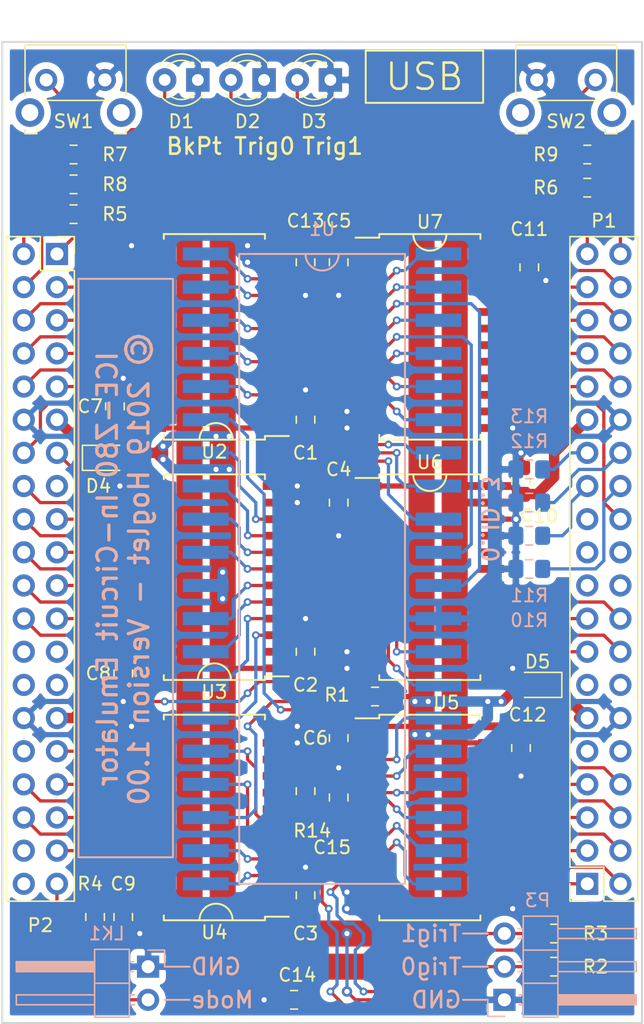
<source format=kicad_pcb>
(kicad_pcb (version 20171130) (host pcbnew 5.1.4-e60b266~84~ubuntu18.04.1)
  (layers (0 F.Cu signal) (31 B.Cu signal) (34 B.Paste user) (35 F.Paste user) (36 B.SilkS user) (37 F.SilkS user) (38 B.Mask user) (39 F.Mask user) (44 Edge.Cuts user))
  (net 0 "")
  (net 1 /GND)
  (net 2 /D7)
  (net 3 /D6)
  (net 4 /D5)
  (net 5 /D4)
  (net 6 /D3)
  (net 7 /D2)
  (net 8 /D1)
  (net 9 /D0)
  (net 10 /5V)
  (net 11 /3V3)
  (net 12 /A0)
  (net 13 /A1)
  (net 14 /A2)
  (net 15 /A3)
  (net 16 /A4)
  (net 17 /A5)
  (net 18 /A6)
  (net 19 /A7)
  (net 20 /A8)
  (net 21 /A9)
  (net 22 /A10)
  (net 23 /A11)
  (net 24 /A12)
  (net 25 /A13)
  (net 26 /A14)
  (net 27 /A15)
  (net 28 "Net-(R1-Pad2)")
  (net 29 /LV_A0)
  (net 30 /LV_A1)
  (net 31 /LV_A2)
  (net 32 /LV_A3)
  (net 33 /LV_A4)
  (net 34 /LV_A5)
  (net 35 /LV_A6)
  (net 36 /LV_A7)
  (net 37 /LV_A9)
  (net 38 /LV_A10)
  (net 39 /LV_A11)
  (net 40 /LV_A15)
  (net 41 /LV_A14)
  (net 42 /LV_A13)
  (net 43 /LV_D7)
  (net 44 /LV_D6)
  (net 45 /LV_D5)
  (net 46 /LV_D4)
  (net 47 /LV_D3)
  (net 48 /LV_D2)
  (net 49 /LV_D1)
  (net 50 /LV_D0)
  (net 51 /LV_OED)
  (net 52 /LV_A12)
  (net 53 "Net-(P1-Pad14)")
  (net 54 "Net-(P1-Pad13)")
  (net 55 "Net-(P1-Pad10)")
  (net 56 "Net-(P2-Pad28)")
  (net 57 "Net-(P2-Pad27)")
  (net 58 "Net-(P2-Pad25)")
  (net 59 "Net-(P2-Pad15)")
  (net 60 "Net-(D1-Pad2)")
  (net 61 "Net-(D2-Pad2)")
  (net 62 "Net-(D3-Pad2)")
  (net 63 /VIN2)
  (net 64 /VIN1)
  (net 65 /SW2)
  (net 66 /LED3)
  (net 67 /LV_TRIG1)
  (net 68 /LV_TRIG0)
  (net 69 /JUMPER)
  (net 70 /LED2)
  (net 71 /SW1)
  (net 72 /LED1)
  (net 73 /TRIG1)
  (net 74 /TRIG0)
  (net 75 /LV_DIRD)
  (net 76 /ID3)
  (net 77 /ID2)
  (net 78 /ID1)
  (net 79 /ID0)
  (net 80 "Net-(P1-Pad23)")
  (net 81 "Net-(P1-Pad22)")
  (net 82 "Net-(P1-Pad21)")
  (net 83 "Net-(P1-Pad20)")
  (net 84 "Net-(P1-Pad19)")
  (net 85 "Net-(P1-Pad9)")
  (net 86 "Net-(P2-Pad40)")
  (net 87 "Net-(P2-Pad38)")
  (net 88 "Net-(P2-Pad32)")
  (net 89 "Net-(P2-Pad26)")
  (net 90 /RFSH)
  (net 91 /M1)
  (net 92 /RESET)
  (net 93 /BUSRQ)
  (net 94 /WAIT)
  (net 95 /BUSACK)
  (net 96 /WR)
  (net 97 /IORQ)
  (net 98 /MREQ)
  (net 99 /HALT)
  (net 100 /NMI)
  (net 101 /INT)
  (net 102 /CLK)
  (net 103 /RD)
  (net 104 /LV_OEC)
  (net 105 /LV_WR)
  (net 106 /LV_RD)
  (net 107 /LV_IORQ)
  (net 108 /LV_MREQ)
  (net 109 /LV_RFSH)
  (net 110 /LV_M1)
  (net 111 /LV_BUSACK)
  (net 112 /LV_HALT)
  (net 113 /LV_CLK)
  (net 114 /LV_RESET)
  (net 115 /LV_BUSRQ)
  (net 116 /LV_WAIT)
  (net 117 /LV_INT)
  (net 118 /LV_NMI)
  (net 119 "Net-(U6-Pad21)")
  (net 120 "Net-(U6-Pad20)")
  (net 121 "Net-(U6-Pad19)")
  (net 122 "Net-(U6-Pad18)")
  (net 123 "Net-(U6-Pad6)")
  (net 124 "Net-(U6-Pad5)")
  (net 125 "Net-(U6-Pad4)")
  (net 126 "Net-(U6-Pad3)")
  (net 127 "Net-(U4-Pad10)")
  (net 128 "Net-(U4-Pad9)")
  (net 129 "Net-(U4-Pad17)")
  (net 130 "Net-(U4-Pad16)")
  (net 131 "Net-(U4-Pad15)")
  (net 132 "Net-(U4-Pad14)")
  (net 133 "Net-(U4-Pad8)")
  (net 134 "Net-(U4-Pad7)")
  (net 135 /LV_A8)
  (net 136 /LV_OEA1)
  (net 137 /LV_OEA2)
  (net 138 /FILTERED_CLK)
  (module Resistor_SMD:R_0805_2012Metric_Pad1.15x1.40mm_HandSolder (layer F.Cu) (at 191.77 107.197 90)
    (fp_text reference R14 (at -3.039 0.508 180) (layer F.SilkS))
    (fp_text value 0)
    (pad 2 smd roundrect (at 1.025 0 90) (size 1.15 1.4) (layers F.Cu F.Paste F.Mask) (roundrect_rratio 0.217391) (net 102 /CLK))
    (pad 1 smd roundrect (at -1.025 0 90) (size 1.15 1.4) (layers F.Cu F.Paste F.Mask) (roundrect_rratio 0.217391) (net 138 /FILTERED_CLK))
  )
  (module Capacitor_SMD:C_0805_2012Metric_Pad1.15x1.40mm_HandSolder (layer F.Cu) (at 194.31 107.687 90)
    (fp_text reference C15 (at -3.819 -0.508 180) (layer F.SilkS))
    (fp_text value 0pF)
    (pad 2 smd roundrect (at 1.025 0 90) (size 1.15 1.4) (layers F.Cu F.Paste F.Mask) (roundrect_rratio 0.217391) (net 1 /GND))
    (pad 1 smd roundrect (at -1.025 0 90) (size 1.15 1.4) (layers F.Cu F.Paste F.Mask) (roundrect_rratio 0.217391) (net 138 /FILTERED_CLK))
  )
  (module Capacitor_SMD:C_0805_2012Metric_Pad1.15x1.40mm_HandSolder (layer F.Cu) (at 191.77 96.52 90)
    (fp_text reference C2 (at -2.54 0 180) (layer F.SilkS))
    (fp_text value 100nF)
    (pad 2 smd roundrect (at 1.025 0 90) (size 1.15 1.4) (layers F.Cu F.Paste F.Mask) (roundrect_rratio 0.217391) (net 1 /GND))
    (pad 1 smd roundrect (at -1.025 0 90) (size 1.15 1.4) (layers F.Cu F.Paste F.Mask) (roundrect_rratio 0.217391) (net 10 /5V))
  )
  (module footprints:dip40_smt_header (layer B.Cu) (at 185.42 66.04 180)
    (fp_text reference U1 (at -7.62 1.905) (layer B.SilkS) (effects (justify mirror)))
    (fp_text value Z80CPU)
    (pad 40 smd rect (at -15.24 0 180) (size 3.5 1) (drill (offset -1.3 0)) (layers B.Cu B.Paste B.Mask) (net 22 /A10))
    (pad 39 smd rect (at -15.24 -2.54 180) (size 3.5 1) (drill (offset -1.3 0)) (layers B.Cu B.Paste B.Mask) (net 21 /A9))
    (pad 38 smd rect (at -15.24 -5.08 180) (size 3.5 1) (drill (offset -1.3 0)) (layers B.Cu B.Paste B.Mask) (net 20 /A8))
    (pad 37 smd rect (at -15.24 -7.62 180) (size 3.5 1) (drill (offset -1.3 0)) (layers B.Cu B.Paste B.Mask) (net 19 /A7))
    (pad 36 smd rect (at -15.24 -10.16 180) (size 3.5 1) (drill (offset -1.3 0)) (layers B.Cu B.Paste B.Mask) (net 18 /A6))
    (pad 35 smd rect (at -15.24 -12.7 180) (size 3.5 1) (drill (offset -1.3 0)) (layers B.Cu B.Paste B.Mask) (net 17 /A5))
    (pad 34 smd rect (at -15.24 -15.24 180) (size 3.5 1) (drill (offset -1.3 0)) (layers B.Cu B.Paste B.Mask) (net 16 /A4))
    (pad 33 smd rect (at -15.24 -17.78 180) (size 3.5 1) (drill (offset -1.3 0)) (layers B.Cu B.Paste B.Mask) (net 15 /A3))
    (pad 32 smd rect (at -15.24 -20.32 180) (size 3.5 1) (drill (offset -1.3 0)) (layers B.Cu B.Paste B.Mask) (net 14 /A2))
    (pad 31 smd rect (at -15.24 -22.86 180) (size 3.5 1) (drill (offset -1.3 0)) (layers B.Cu B.Paste B.Mask) (net 13 /A1))
    (pad 30 smd rect (at -15.24 -25.4 180) (size 3.5 1) (drill (offset -1.3 0)) (layers B.Cu B.Paste B.Mask) (net 12 /A0))
    (pad 29 smd rect (at -15.24 -27.94 180) (size 3.5 1) (drill (offset -1.3 0)) (layers B.Cu B.Paste B.Mask) (net 1 /GND))
    (pad 28 smd rect (at -15.24 -30.48 180) (size 3.5 1) (drill (offset -1.3 0)) (layers B.Cu B.Paste B.Mask) (net 90 /RFSH))
    (pad 27 smd rect (at -15.24 -33.02 180) (size 3.5 1) (drill (offset -1.3 0)) (layers B.Cu B.Paste B.Mask) (net 91 /M1))
    (pad 26 smd rect (at -15.24 -35.56 180) (size 3.5 1) (drill (offset -1.3 0)) (layers B.Cu B.Paste B.Mask) (net 92 /RESET))
    (pad 25 smd rect (at -15.24 -38.1 180) (size 3.5 1) (drill (offset -1.3 0)) (layers B.Cu B.Paste B.Mask) (net 93 /BUSRQ))
    (pad 24 smd rect (at -15.24 -40.64 180) (size 3.5 1) (drill (offset -1.3 0)) (layers B.Cu B.Paste B.Mask) (net 94 /WAIT))
    (pad 23 smd rect (at -15.24 -43.18 180) (size 3.5 1) (drill (offset -1.3 0)) (layers B.Cu B.Paste B.Mask) (net 95 /BUSACK))
    (pad 22 smd rect (at -15.24 -45.72 180) (size 3.5 1) (drill (offset -1.3 0)) (layers B.Cu B.Paste B.Mask) (net 96 /WR))
    (pad 20 smd rect (at 0 -48.26 180) (size 3.5 1) (drill (offset 1.3 0)) (layers B.Cu B.Paste B.Mask) (net 97 /IORQ))
    (pad 19 smd rect (at 0 -45.72 180) (size 3.5 1) (drill (offset 1.3 0)) (layers B.Cu B.Paste B.Mask) (net 98 /MREQ))
    (pad 18 smd rect (at 0 -43.18 180) (size 3.5 1) (drill (offset 1.3 0)) (layers B.Cu B.Paste B.Mask) (net 99 /HALT))
    (pad 17 smd rect (at 0 -40.64 180) (size 3.5 1) (drill (offset 1.3 0)) (layers B.Cu B.Paste B.Mask) (net 100 /NMI))
    (pad 16 smd rect (at 0 -38.1 180) (size 3.5 1) (drill (offset 1.3 0)) (layers B.Cu B.Paste B.Mask) (net 101 /INT))
    (pad 15 smd rect (at 0 -35.56 180) (size 3.5 1) (drill (offset 1.3 0)) (layers B.Cu B.Paste B.Mask) (net 8 /D1))
    (pad 14 smd rect (at 0 -33.02 180) (size 3.5 1) (drill (offset 1.3 0)) (layers B.Cu B.Paste B.Mask) (net 9 /D0))
    (pad 13 smd rect (at 0 -30.48 180) (size 3.5 1) (drill (offset 1.3 0)) (layers B.Cu B.Paste B.Mask) (net 2 /D7))
    (pad 12 smd rect (at 0 -27.94 180) (size 3.5 1) (drill (offset 1.3 0)) (layers B.Cu B.Paste B.Mask) (net 7 /D2))
    (pad 11 smd rect (at 0 -25.4 180) (size 3.5 1) (drill (offset 1.3 0)) (layers B.Cu B.Paste B.Mask) (net 10 /5V))
    (pad 10 smd rect (at 0 -22.86 180) (size 3.5 1) (drill (offset 1.3 0)) (layers B.Cu B.Paste B.Mask) (net 3 /D6))
    (pad 9 smd rect (at 0 -20.32 180) (size 3.5 1) (drill (offset 1.3 0)) (layers B.Cu B.Paste B.Mask) (net 4 /D5))
    (pad 8 smd rect (at 0 -17.78 180) (size 3.5 1) (drill (offset 1.3 0)) (layers B.Cu B.Paste B.Mask) (net 6 /D3))
    (pad 7 smd rect (at 0 -15.24 180) (size 3.5 1) (drill (offset 1.3 0)) (layers B.Cu B.Paste B.Mask) (net 5 /D4))
    (pad 6 smd rect (at 0 -12.7 180) (size 3.5 1) (drill (offset 1.3 0)) (layers B.Cu B.Paste B.Mask) (net 102 /CLK))
    (pad 5 smd rect (at 0 -10.16 180) (size 3.5 1) (drill (offset 1.3 0)) (layers B.Cu B.Paste B.Mask) (net 27 /A15))
    (pad 4 smd rect (at 0 -7.62 180) (size 3.5 1) (drill (offset 1.3 0)) (layers B.Cu B.Paste B.Mask) (net 26 /A14))
    (pad 3 smd rect (at 0 -5.08 180) (size 3.5 1) (drill (offset 1.3 0)) (layers B.Cu B.Paste B.Mask) (net 25 /A13))
    (pad 2 smd rect (at 0 -2.54 180) (size 3.5 1) (drill (offset 1.3 0)) (layers B.Cu B.Paste B.Mask) (net 24 /A12))
    (pad 1 smd rect (at 0 0 180) (size 3.5 1) (drill (offset 1.3 0)) (layers B.Cu B.Paste B.Mask) (net 23 /A11))
    (pad 21 smd rect (at -15.24 -48.26 180) (size 3.5 1) (drill (offset -1.3 0)) (layers B.Cu B.Paste B.Mask) (net 103 /RD))
  )
  (module Capacitor_SMD:C_0805_2012Metric_Pad1.15x1.40mm_HandSolder (layer F.Cu) (at 208.28 103.895 270)
    (fp_text reference C12 (at -2.549 -0.508 180) (layer F.SilkS))
    (fp_text value 100nF)
    (pad 2 smd roundrect (at 1.025 0 270) (size 1.15 1.4) (layers F.Cu F.Paste F.Mask) (roundrect_rratio 0.217391) (net 1 /GND))
    (pad 1 smd roundrect (at -1.025 0 270) (size 1.15 1.4) (layers F.Cu F.Paste F.Mask) (roundrect_rratio 0.217391) (net 11 /3V3))
  )
  (module Capacitor_SMD:C_0805_2012Metric_Pad1.15x1.40mm_HandSolder (layer F.Cu) (at 194.31 103.133 270)
    (fp_text reference C6 (at -0.009 1.778 180) (layer F.SilkS))
    (fp_text value 100nF)
    (pad 2 smd roundrect (at 1.025 0 270) (size 1.15 1.4) (layers F.Cu F.Paste F.Mask) (roundrect_rratio 0.217391) (net 1 /GND))
    (pad 1 smd roundrect (at -1.025 0 270) (size 1.15 1.4) (layers F.Cu F.Paste F.Mask) (roundrect_rratio 0.217391) (net 10 /5V))
  )
  (module footprints:SOIC-24W_7.5x15.4mm_Pitch1.27mm (layer F.Cu) (at 201.295 109.22)
    (fp_text reference U5 (at 1.27 -8.8) (layer F.SilkS))
    (fp_text value 74LVC4245)
    (pad 24 smd rect (at 4.7 -6.985) (size 2 0.6) (layers F.Cu F.Paste F.Mask) (net 11 /3V3))
    (pad 23 smd rect (at 4.7 -5.715) (size 2 0.6) (layers F.Cu F.Paste F.Mask) (net 11 /3V3))
    (pad 22 smd rect (at 4.7 -4.445) (size 2 0.6) (layers F.Cu F.Paste F.Mask) (net 1 /GND))
    (pad 21 smd rect (at 4.7 -3.175) (size 2 0.6) (layers F.Cu F.Paste F.Mask) (net 114 /LV_RESET))
    (pad 20 smd rect (at 4.7 -1.905) (size 2 0.6) (layers F.Cu F.Paste F.Mask) (net 115 /LV_BUSRQ))
    (pad 19 smd rect (at 4.7 -0.635) (size 2 0.6) (layers F.Cu F.Paste F.Mask) (net 116 /LV_WAIT))
    (pad 18 smd rect (at 4.7 0.635) (size 2 0.6) (layers F.Cu F.Paste F.Mask) (net 113 /LV_CLK))
    (pad 17 smd rect (at 4.7 1.905) (size 2 0.6) (layers F.Cu F.Paste F.Mask) (net 117 /LV_INT))
    (pad 16 smd rect (at 4.7 3.175) (size 2 0.6) (layers F.Cu F.Paste F.Mask) (net 118 /LV_NMI))
    (pad 15 smd rect (at 4.7 4.445) (size 2 0.6) (layers F.Cu F.Paste F.Mask) (net 68 /LV_TRIG0))
    (pad 14 smd rect (at 4.7 5.715) (size 2 0.6) (layers F.Cu F.Paste F.Mask) (net 67 /LV_TRIG1))
    (pad 13 smd rect (at 4.7 6.985) (size 2 0.6) (layers F.Cu F.Paste F.Mask) (net 1 /GND))
    (pad 12 smd rect (at -4.7 6.985) (size 2 0.6) (layers F.Cu F.Paste F.Mask) (net 1 /GND))
    (pad 11 smd rect (at -4.7 5.715) (size 2 0.6) (layers F.Cu F.Paste F.Mask) (net 1 /GND))
    (pad 10 smd rect (at -4.7 4.445) (size 2 0.6) (layers F.Cu F.Paste F.Mask) (net 73 /TRIG1))
    (pad 9 smd rect (at -4.7 3.175) (size 2 0.6) (layers F.Cu F.Paste F.Mask) (net 74 /TRIG0))
    (pad 8 smd rect (at -4.7 1.905) (size 2 0.6) (layers F.Cu F.Paste F.Mask) (net 100 /NMI))
    (pad 7 smd rect (at -4.7 0.635) (size 2 0.6) (layers F.Cu F.Paste F.Mask) (net 101 /INT))
    (pad 6 smd rect (at -4.7 -0.635) (size 2 0.6) (layers F.Cu F.Paste F.Mask) (net 138 /FILTERED_CLK))
    (pad 5 smd rect (at -4.7 -1.905) (size 2 0.6) (layers F.Cu F.Paste F.Mask) (net 94 /WAIT))
    (pad 4 smd rect (at -4.7 -3.175) (size 2 0.6) (layers F.Cu F.Paste F.Mask) (net 93 /BUSRQ))
    (pad 3 smd rect (at -4.7 -4.445) (size 2 0.6) (layers F.Cu F.Paste F.Mask) (net 92 /RESET))
    (pad 2 smd rect (at -4.7 -5.715) (size 2 0.6) (layers F.Cu F.Paste F.Mask) (net 28 "Net-(R1-Pad2)"))
    (pad 1 smd rect (at -4.7 -6.985) (size 2 0.6) (layers F.Cu F.Paste F.Mask) (net 10 /5V))
  )
  (module Resistor_SMD:R_0805_2012Metric_Pad1.15x1.40mm_HandSolder (layer F.Cu) (at 197.095 99.949 180)
    (fp_text reference R1 (at 2.912 0.127) (layer F.SilkS))
    (fp_text value 22K)
    (pad 2 smd roundrect (at 1.025 0 180) (size 1.15 1.4) (layers F.Cu F.Paste F.Mask) (roundrect_rratio 0.217391) (net 28 "Net-(R1-Pad2)"))
    (pad 1 smd roundrect (at -1.025 0 180) (size 1.15 1.4) (layers F.Cu F.Paste F.Mask) (roundrect_rratio 0.217391) (net 10 /5V))
  )
  (module Resistor_SMD:R_0805_2012Metric_Pad1.15x1.40mm_HandSolder (layer B.Cu) (at 208.915 82.55)
    (fp_text reference R13 (at 0 -4.064) (layer B.SilkS) (effects (justify mirror)))
    (fp_text value 0)
    (pad 2 smd roundrect (at 1.025 0) (size 1.15 1.4) (layers B.Cu B.Paste B.Mask) (roundrect_rratio 0.217391) (net 76 /ID3))
    (pad 1 smd roundrect (at -1.025 0) (size 1.15 1.4) (layers B.Cu B.Paste B.Mask) (roundrect_rratio 0.217391) (net 1 /GND))
  )
  (module Resistor_SMD:R_0805_2012Metric_Pad1.15x1.40mm_HandSolder (layer B.Cu) (at 208.915 85.09)
    (fp_text reference R12 (at 0 -4.699) (layer B.SilkS) (effects (justify mirror)))
    (fp_text value 0)
    (pad 2 smd roundrect (at 1.025 0) (size 1.15 1.4) (layers B.Cu B.Paste B.Mask) (roundrect_rratio 0.217391) (net 77 /ID2))
    (pad 1 smd roundrect (at -1.025 0) (size 1.15 1.4) (layers B.Cu B.Paste B.Mask) (roundrect_rratio 0.217391) (net 1 /GND))
  )
  (module Resistor_SMD:R_0805_2012Metric_Pad1.15x1.40mm_HandSolder (layer B.Cu) (at 208.915 87.63)
    (fp_text reference R11 (at 0 4.572) (layer B.SilkS) (effects (justify mirror)))
    (fp_text value 0)
    (pad 2 smd roundrect (at 1.025 0) (size 1.15 1.4) (layers B.Cu B.Paste B.Mask) (roundrect_rratio 0.217391) (net 78 /ID1))
    (pad 1 smd roundrect (at -1.025 0) (size 1.15 1.4) (layers B.Cu B.Paste B.Mask) (roundrect_rratio 0.217391) (net 1 /GND))
  )
  (module Resistor_SMD:R_0805_2012Metric_Pad1.15x1.40mm_HandSolder (layer B.Cu) (at 208.915 90.17)
    (fp_text reference R10 (at 0 3.937) (layer B.SilkS) (effects (justify mirror)))
    (fp_text value 0)
    (pad 2 smd roundrect (at 1.025 0) (size 1.15 1.4) (layers B.Cu B.Paste B.Mask) (roundrect_rratio 0.217391) (net 79 /ID0))
    (pad 1 smd roundrect (at -1.025 0) (size 1.15 1.4) (layers B.Cu B.Paste B.Mask) (roundrect_rratio 0.217391) (net 1 /GND))
  )
  (module Resistor_SMD:R_0805_2012Metric_Pad1.15x1.40mm_HandSolder (layer F.Cu) (at 210.82 118.11 180)
    (fp_text reference R3 (at -3.175 0 180) (layer F.SilkS))
    (fp_text value 22K)
    (pad 1 smd roundrect (at -1.025 0 180) (size 1.15 1.4) (layers F.Cu F.Paste F.Mask) (roundrect_rratio 0.217391) (net 10 /5V))
    (pad 2 smd roundrect (at 1.025 0 180) (size 1.15 1.4) (layers F.Cu F.Paste F.Mask) (roundrect_rratio 0.217391) (net 73 /TRIG1))
  )
  (module footprints:SOIC-24W_7.5x15.4mm_Pitch1.27mm (layer F.Cu) (at 184.785 72.39 180)
    (fp_text reference U2 (at 0 -8.8 180) (layer F.SilkS))
    (fp_text value 74LVC4245)
    (pad 24 smd rect (at 4.7 -6.985 180) (size 2 0.6) (layers F.Cu F.Paste F.Mask) (net 11 /3V3))
    (pad 23 smd rect (at 4.7 -5.715 180) (size 2 0.6) (layers F.Cu F.Paste F.Mask) (net 11 /3V3))
    (pad 22 smd rect (at 4.7 -4.445 180) (size 2 0.6) (layers F.Cu F.Paste F.Mask) (net 136 /LV_OEA1))
    (pad 21 smd rect (at 4.7 -3.175 180) (size 2 0.6) (layers F.Cu F.Paste F.Mask) (net 40 /LV_A15))
    (pad 20 smd rect (at 4.7 -1.905 180) (size 2 0.6) (layers F.Cu F.Paste F.Mask) (net 31 /LV_A2))
    (pad 19 smd rect (at 4.7 -0.635 180) (size 2 0.6) (layers F.Cu F.Paste F.Mask) (net 41 /LV_A14))
    (pad 18 smd rect (at 4.7 0.635 180) (size 2 0.6) (layers F.Cu F.Paste F.Mask) (net 32 /LV_A3))
    (pad 17 smd rect (at 4.7 1.905 180) (size 2 0.6) (layers F.Cu F.Paste F.Mask) (net 42 /LV_A13))
    (pad 16 smd rect (at 4.7 3.175 180) (size 2 0.6) (layers F.Cu F.Paste F.Mask) (net 33 /LV_A4))
    (pad 15 smd rect (at 4.7 4.445 180) (size 2 0.6) (layers F.Cu F.Paste F.Mask) (net 52 /LV_A12))
    (pad 14 smd rect (at 4.7 5.715 180) (size 2 0.6) (layers F.Cu F.Paste F.Mask) (net 39 /LV_A11))
    (pad 13 smd rect (at 4.7 6.985 180) (size 2 0.6) (layers F.Cu F.Paste F.Mask) (net 1 /GND))
    (pad 12 smd rect (at -4.7 6.985 180) (size 2 0.6) (layers F.Cu F.Paste F.Mask) (net 1 /GND))
    (pad 11 smd rect (at -4.7 5.715 180) (size 2 0.6) (layers F.Cu F.Paste F.Mask) (net 1 /GND))
    (pad 10 smd rect (at -4.7 4.445 180) (size 2 0.6) (layers F.Cu F.Paste F.Mask) (net 23 /A11))
    (pad 9 smd rect (at -4.7 3.175 180) (size 2 0.6) (layers F.Cu F.Paste F.Mask) (net 24 /A12))
    (pad 8 smd rect (at -4.7 1.905 180) (size 2 0.6) (layers F.Cu F.Paste F.Mask) (net 16 /A4))
    (pad 7 smd rect (at -4.7 0.635 180) (size 2 0.6) (layers F.Cu F.Paste F.Mask) (net 25 /A13))
    (pad 6 smd rect (at -4.7 -0.635 180) (size 2 0.6) (layers F.Cu F.Paste F.Mask) (net 15 /A3))
    (pad 5 smd rect (at -4.7 -1.905 180) (size 2 0.6) (layers F.Cu F.Paste F.Mask) (net 26 /A14))
    (pad 4 smd rect (at -4.7 -3.175 180) (size 2 0.6) (layers F.Cu F.Paste F.Mask) (net 14 /A2))
    (pad 3 smd rect (at -4.7 -4.445 180) (size 2 0.6) (layers F.Cu F.Paste F.Mask) (net 27 /A15))
    (pad 2 smd rect (at -4.7 -5.715 180) (size 2 0.6) (layers F.Cu F.Paste F.Mask) (net 1 /GND))
    (pad 1 smd rect (at -4.7 -6.985 180) (size 2 0.6) (layers F.Cu F.Paste F.Mask) (net 10 /5V))
  )
  (module Connector_PinHeader_2.54mm:PinHeader_1x02_P2.54mm_Horizontal (layer B.Cu) (at 179.705 120.65 180)
    (fp_text reference LK1 (at 3.175 2.54) (layer B.SilkS) (effects (justify mirror)))
    (fp_text value Conn_01x02)
    (pad 2 thru_hole oval (at 0 -2.54 180) (size 1.7 1.7) (drill 1) (layers *.Cu *.Mask) (net 69 /JUMPER))
    (pad 1 thru_hole rect (at 0 0 180) (size 1.7 1.7) (drill 1) (layers *.Cu *.Mask) (net 1 /GND))
  )
  (module Connector_PinHeader_2.54mm:PinHeader_1x03_P2.54mm_Horizontal (layer B.Cu) (at 207.01 123.19)
    (fp_text reference P3 (at 2.54 -7.62) (layer B.SilkS) (effects (justify mirror)))
    (fp_text value Conn_01x03)
    (pad 3 thru_hole oval (at 0 -5.08) (size 1.7 1.7) (drill 1) (layers *.Cu *.Mask) (net 73 /TRIG1))
    (pad 2 thru_hole oval (at 0 -2.54) (size 1.7 1.7) (drill 1) (layers *.Cu *.Mask) (net 74 /TRIG0))
    (pad 1 thru_hole rect (at 0 0) (size 1.7 1.7) (drill 1) (layers *.Cu *.Mask) (net 1 /GND))
  )
  (module footprints:SW_Tactile_SKHH_Angled (layer F.Cu) (at 209.495 52.705)
    (fp_text reference SW2 (at 2.25 3.175) (layer F.SilkS))
    (fp_text value SW_Push)
    (pad "" thru_hole circle (at 5.75 2.5 180) (size 2.2 2.2) (drill 1.3) (layers *.Cu *.Mask))
    (pad "" thru_hole circle (at -1.25 2.5 180) (size 2.2 2.2) (drill 1.3) (layers *.Cu *.Mask))
    (pad 2 thru_hole circle (at 4.5 0 180) (size 1.7 1.7) (drill 1) (layers *.Cu *.Mask) (net 65 /SW2))
    (pad 1 thru_hole circle (at 0 0 180) (size 1.7 1.7) (drill 1) (layers *.Cu *.Mask) (net 1 /GND))
  )
  (module footprints:SW_Tactile_SKHH_Angled (layer F.Cu) (at 171.8945 52.705)
    (fp_text reference SW1 (at 2.0955 3.175) (layer F.SilkS))
    (fp_text value SW_Push)
    (pad "" thru_hole circle (at 5.75 2.5 180) (size 2.2 2.2) (drill 1.3) (layers *.Cu *.Mask))
    (pad "" thru_hole circle (at -1.25 2.5 180) (size 2.2 2.2) (drill 1.3) (layers *.Cu *.Mask))
    (pad 2 thru_hole circle (at 4.5 0 180) (size 1.7 1.7) (drill 1) (layers *.Cu *.Mask) (net 1 /GND))
    (pad 1 thru_hole circle (at 0 0 180) (size 1.7 1.7) (drill 1) (layers *.Cu *.Mask) (net 71 /SW1))
  )
  (module LED_THT:LED_D3.0mm (layer F.Cu) (at 188.595 52.705 180)
    (fp_text reference D2 (at 1.27 -3.175) (layer F.SilkS))
    (fp_text value LED)
    (pad 2 thru_hole circle (at 2.54 0 180) (size 1.8 1.8) (drill 0.9) (layers *.Cu *.Mask) (net 61 "Net-(D2-Pad2)"))
    (pad 1 thru_hole rect (at 0 0 180) (size 1.8 1.8) (drill 0.9) (layers *.Cu *.Mask) (net 1 /GND))
  )
  (module LED_THT:LED_D3.0mm (layer F.Cu) (at 193.675 52.705 180)
    (fp_text reference D3 (at 1.27 -3.175) (layer F.SilkS))
    (fp_text value LED)
    (pad 2 thru_hole circle (at 2.54 0 180) (size 1.8 1.8) (drill 0.9) (layers *.Cu *.Mask) (net 62 "Net-(D3-Pad2)"))
    (pad 1 thru_hole rect (at 0 0 180) (size 1.8 1.8) (drill 0.9) (layers *.Cu *.Mask) (net 1 /GND))
  )
  (module LED_THT:LED_D3.0mm (layer F.Cu) (at 183.515 52.705 180)
    (fp_text reference D1 (at 1.27 -3.175) (layer F.SilkS))
    (fp_text value LED)
    (pad 2 thru_hole circle (at 2.54 0 180) (size 1.8 1.8) (drill 0.9) (layers *.Cu *.Mask) (net 60 "Net-(D1-Pad2)"))
    (pad 1 thru_hole rect (at 0 0 180) (size 1.8 1.8) (drill 0.9) (layers *.Cu *.Mask) (net 1 /GND))
  )
  (module Connector_PinSocket_2.54mm:PinSocket_2x20_P2.54mm_Vertical (layer F.Cu) (at 172.72 66.04)
    (fp_text reference P2 (at -1.27 51.435) (layer F.SilkS))
    (fp_text value Conn_02x20_Odd_Even)
    (pad 40 thru_hole oval (at -2.54 48.26) (size 1.7 1.7) (drill 1) (layers *.Cu *.Mask) (net 86 "Net-(P2-Pad40)"))
    (pad 39 thru_hole oval (at 0 48.26) (size 1.7 1.7) (drill 1) (layers *.Cu *.Mask) (net 69 /JUMPER))
    (pad 38 thru_hole oval (at -2.54 45.72) (size 1.7 1.7) (drill 1) (layers *.Cu *.Mask) (net 87 "Net-(P2-Pad38)"))
    (pad 37 thru_hole oval (at 0 45.72) (size 1.7 1.7) (drill 1) (layers *.Cu *.Mask) (net 104 /LV_OEC))
    (pad 36 thru_hole oval (at -2.54 43.18) (size 1.7 1.7) (drill 1) (layers *.Cu *.Mask) (net 107 /LV_IORQ))
    (pad 35 thru_hole oval (at 0 43.18) (size 1.7 1.7) (drill 1) (layers *.Cu *.Mask) (net 108 /LV_MREQ))
    (pad 34 thru_hole oval (at -2.54 40.64) (size 1.7 1.7) (drill 1) (layers *.Cu *.Mask) (net 106 /LV_RD))
    (pad 33 thru_hole oval (at 0 40.64) (size 1.7 1.7) (drill 1) (layers *.Cu *.Mask) (net 105 /LV_WR))
    (pad 32 thru_hole oval (at -2.54 38.1) (size 1.7 1.7) (drill 1) (layers *.Cu *.Mask) (net 88 "Net-(P2-Pad32)"))
    (pad 31 thru_hole oval (at 0 38.1) (size 1.7 1.7) (drill 1) (layers *.Cu *.Mask) (net 75 /LV_DIRD))
    (pad 30 thru_hole oval (at -2.54 35.56) (size 1.7 1.7) (drill 1) (layers *.Cu *.Mask) (net 1 /GND))
    (pad 29 thru_hole oval (at 0 35.56) (size 1.7 1.7) (drill 1) (layers *.Cu *.Mask) (net 11 /3V3))
    (pad 28 thru_hole oval (at -2.54 33.02) (size 1.7 1.7) (drill 1) (layers *.Cu *.Mask) (net 56 "Net-(P2-Pad28)"))
    (pad 27 thru_hole oval (at 0 33.02) (size 1.7 1.7) (drill 1) (layers *.Cu *.Mask) (net 57 "Net-(P2-Pad27)"))
    (pad 26 thru_hole oval (at -2.54 30.48) (size 1.7 1.7) (drill 1) (layers *.Cu *.Mask) (net 89 "Net-(P2-Pad26)"))
    (pad 25 thru_hole oval (at 0 30.48) (size 1.7 1.7) (drill 1) (layers *.Cu *.Mask) (net 58 "Net-(P2-Pad25)"))
    (pad 24 thru_hole oval (at -2.54 27.94) (size 1.7 1.7) (drill 1) (layers *.Cu *.Mask) (net 51 /LV_OED))
    (pad 23 thru_hole oval (at 0 27.94) (size 1.7 1.7) (drill 1) (layers *.Cu *.Mask) (net 49 /LV_D1))
    (pad 22 thru_hole oval (at -2.54 25.4) (size 1.7 1.7) (drill 1) (layers *.Cu *.Mask) (net 50 /LV_D0))
    (pad 21 thru_hole oval (at 0 25.4) (size 1.7 1.7) (drill 1) (layers *.Cu *.Mask) (net 43 /LV_D7))
    (pad 20 thru_hole oval (at -2.54 22.86) (size 1.7 1.7) (drill 1) (layers *.Cu *.Mask) (net 48 /LV_D2))
    (pad 19 thru_hole oval (at 0 22.86) (size 1.7 1.7) (drill 1) (layers *.Cu *.Mask) (net 44 /LV_D6))
    (pad 18 thru_hole oval (at -2.54 20.32) (size 1.7 1.7) (drill 1) (layers *.Cu *.Mask) (net 45 /LV_D5))
    (pad 17 thru_hole oval (at 0 20.32) (size 1.7 1.7) (drill 1) (layers *.Cu *.Mask) (net 47 /LV_D3))
    (pad 16 thru_hole oval (at -2.54 17.78) (size 1.7 1.7) (drill 1) (layers *.Cu *.Mask) (net 46 /LV_D4))
    (pad 15 thru_hole oval (at 0 17.78) (size 1.7 1.7) (drill 1) (layers *.Cu *.Mask) (net 59 "Net-(P2-Pad15)"))
    (pad 14 thru_hole oval (at -2.54 15.24) (size 1.7 1.7) (drill 1) (layers *.Cu *.Mask) (net 40 /LV_A15))
    (pad 13 thru_hole oval (at 0 15.24) (size 1.7 1.7) (drill 1) (layers *.Cu *.Mask) (net 136 /LV_OEA1))
    (pad 12 thru_hole oval (at -2.54 12.7) (size 1.7 1.7) (drill 1) (layers *.Cu *.Mask) (net 1 /GND))
    (pad 11 thru_hole oval (at 0 12.7) (size 1.7 1.7) (drill 1) (layers *.Cu *.Mask) (net 63 /VIN2))
    (pad 10 thru_hole oval (at -2.54 10.16) (size 1.7 1.7) (drill 1) (layers *.Cu *.Mask) (net 41 /LV_A14))
    (pad 9 thru_hole oval (at 0 10.16) (size 1.7 1.7) (drill 1) (layers *.Cu *.Mask) (net 31 /LV_A2))
    (pad 8 thru_hole oval (at -2.54 7.62) (size 1.7 1.7) (drill 1) (layers *.Cu *.Mask) (net 42 /LV_A13))
    (pad 7 thru_hole oval (at 0 7.62) (size 1.7 1.7) (drill 1) (layers *.Cu *.Mask) (net 32 /LV_A3))
    (pad 6 thru_hole oval (at -2.54 5.08) (size 1.7 1.7) (drill 1) (layers *.Cu *.Mask) (net 52 /LV_A12))
    (pad 5 thru_hole oval (at 0 5.08) (size 1.7 1.7) (drill 1) (layers *.Cu *.Mask) (net 33 /LV_A4))
    (pad 4 thru_hole oval (at -2.54 2.54) (size 1.7 1.7) (drill 1) (layers *.Cu *.Mask) (net 70 /LED2))
    (pad 3 thru_hole oval (at 0 2.54) (size 1.7 1.7) (drill 1) (layers *.Cu *.Mask) (net 39 /LV_A11))
    (pad 2 thru_hole oval (at -2.54 0) (size 1.7 1.7) (drill 1) (layers *.Cu *.Mask) (net 72 /LED1))
    (pad 1 thru_hole rect (at 0 0) (size 1.7 1.7) (drill 1) (layers *.Cu *.Mask) (net 71 /SW1))
  )
  (module Connector_PinSocket_2.54mm:PinSocket_2x20_P2.54mm_Vertical (layer F.Cu) (at 213.36 114.3 180)
    (fp_text reference P1 (at -1.27 50.8) (layer F.SilkS))
    (fp_text value Conn_02x20_Odd_Even)
    (pad 40 thru_hole oval (at -2.54 48.26 180) (size 1.7 1.7) (drill 1) (layers *.Cu *.Mask) (net 66 /LED3))
    (pad 39 thru_hole oval (at 0 48.26 180) (size 1.7 1.7) (drill 1) (layers *.Cu *.Mask) (net 65 /SW2))
    (pad 38 thru_hole oval (at -2.54 45.72 180) (size 1.7 1.7) (drill 1) (layers *.Cu *.Mask) (net 137 /LV_OEA2))
    (pad 37 thru_hole oval (at 0 45.72 180) (size 1.7 1.7) (drill 1) (layers *.Cu *.Mask) (net 38 /LV_A10))
    (pad 36 thru_hole oval (at -2.54 43.18 180) (size 1.7 1.7) (drill 1) (layers *.Cu *.Mask) (net 37 /LV_A9))
    (pad 35 thru_hole oval (at 0 43.18 180) (size 1.7 1.7) (drill 1) (layers *.Cu *.Mask) (net 29 /LV_A0))
    (pad 34 thru_hole oval (at -2.54 40.64 180) (size 1.7 1.7) (drill 1) (layers *.Cu *.Mask) (net 135 /LV_A8))
    (pad 33 thru_hole oval (at 0 40.64 180) (size 1.7 1.7) (drill 1) (layers *.Cu *.Mask) (net 30 /LV_A1))
    (pad 32 thru_hole oval (at -2.54 38.1 180) (size 1.7 1.7) (drill 1) (layers *.Cu *.Mask) (net 36 /LV_A7))
    (pad 31 thru_hole oval (at 0 38.1 180) (size 1.7 1.7) (drill 1) (layers *.Cu *.Mask) (net 35 /LV_A6))
    (pad 30 thru_hole oval (at -2.54 35.56 180) (size 1.7 1.7) (drill 1) (layers *.Cu *.Mask) (net 1 /GND))
    (pad 29 thru_hole oval (at 0 35.56 180) (size 1.7 1.7) (drill 1) (layers *.Cu *.Mask) (net 11 /3V3))
    (pad 28 thru_hole oval (at -2.54 33.02 180) (size 1.7 1.7) (drill 1) (layers *.Cu *.Mask) (net 77 /ID2))
    (pad 27 thru_hole oval (at 0 33.02 180) (size 1.7 1.7) (drill 1) (layers *.Cu *.Mask) (net 76 /ID3))
    (pad 26 thru_hole oval (at -2.54 30.48 180) (size 1.7 1.7) (drill 1) (layers *.Cu *.Mask) (net 79 /ID0))
    (pad 25 thru_hole oval (at 0 30.48 180) (size 1.7 1.7) (drill 1) (layers *.Cu *.Mask) (net 78 /ID1))
    (pad 24 thru_hole oval (at -2.54 27.94 180) (size 1.7 1.7) (drill 1) (layers *.Cu *.Mask) (net 34 /LV_A5))
    (pad 23 thru_hole oval (at 0 27.94 180) (size 1.7 1.7) (drill 1) (layers *.Cu *.Mask) (net 80 "Net-(P1-Pad23)"))
    (pad 22 thru_hole oval (at -2.54 25.4 180) (size 1.7 1.7) (drill 1) (layers *.Cu *.Mask) (net 81 "Net-(P1-Pad22)"))
    (pad 21 thru_hole oval (at 0 25.4 180) (size 1.7 1.7) (drill 1) (layers *.Cu *.Mask) (net 82 "Net-(P1-Pad21)"))
    (pad 20 thru_hole oval (at -2.54 22.86 180) (size 1.7 1.7) (drill 1) (layers *.Cu *.Mask) (net 83 "Net-(P1-Pad20)"))
    (pad 19 thru_hole oval (at 0 22.86 180) (size 1.7 1.7) (drill 1) (layers *.Cu *.Mask) (net 84 "Net-(P1-Pad19)"))
    (pad 18 thru_hole oval (at -2.54 20.32 180) (size 1.7 1.7) (drill 1) (layers *.Cu *.Mask) (net 109 /LV_RFSH))
    (pad 17 thru_hole oval (at 0 20.32 180) (size 1.7 1.7) (drill 1) (layers *.Cu *.Mask) (net 110 /LV_M1))
    (pad 16 thru_hole oval (at -2.54 17.78 180) (size 1.7 1.7) (drill 1) (layers *.Cu *.Mask) (net 112 /LV_HALT))
    (pad 15 thru_hole oval (at 0 17.78 180) (size 1.7 1.7) (drill 1) (layers *.Cu *.Mask) (net 111 /LV_BUSACK))
    (pad 14 thru_hole oval (at -2.54 15.24 180) (size 1.7 1.7) (drill 1) (layers *.Cu *.Mask) (net 53 "Net-(P1-Pad14)"))
    (pad 13 thru_hole oval (at 0 15.24 180) (size 1.7 1.7) (drill 1) (layers *.Cu *.Mask) (net 54 "Net-(P1-Pad13)"))
    (pad 12 thru_hole oval (at -2.54 12.7 180) (size 1.7 1.7) (drill 1) (layers *.Cu *.Mask) (net 1 /GND))
    (pad 11 thru_hole oval (at 0 12.7 180) (size 1.7 1.7) (drill 1) (layers *.Cu *.Mask) (net 64 /VIN1))
    (pad 10 thru_hole oval (at -2.54 10.16 180) (size 1.7 1.7) (drill 1) (layers *.Cu *.Mask) (net 55 "Net-(P1-Pad10)"))
    (pad 9 thru_hole oval (at 0 10.16 180) (size 1.7 1.7) (drill 1) (layers *.Cu *.Mask) (net 85 "Net-(P1-Pad9)"))
    (pad 8 thru_hole oval (at -2.54 7.62 180) (size 1.7 1.7) (drill 1) (layers *.Cu *.Mask) (net 114 /LV_RESET))
    (pad 7 thru_hole oval (at 0 7.62 180) (size 1.7 1.7) (drill 1) (layers *.Cu *.Mask) (net 115 /LV_BUSRQ))
    (pad 6 thru_hole oval (at -2.54 5.08 180) (size 1.7 1.7) (drill 1) (layers *.Cu *.Mask) (net 116 /LV_WAIT))
    (pad 5 thru_hole oval (at 0 5.08 180) (size 1.7 1.7) (drill 1) (layers *.Cu *.Mask) (net 113 /LV_CLK))
    (pad 4 thru_hole oval (at -2.54 2.54 180) (size 1.7 1.7) (drill 1) (layers *.Cu *.Mask) (net 117 /LV_INT))
    (pad 3 thru_hole oval (at 0 2.54 180) (size 1.7 1.7) (drill 1) (layers *.Cu *.Mask) (net 118 /LV_NMI))
    (pad 2 thru_hole oval (at -2.54 0 180) (size 1.7 1.7) (drill 1) (layers *.Cu *.Mask) (net 68 /LV_TRIG0))
    (pad 1 thru_hole rect (at 0 0 180) (size 1.7 1.7) (drill 1) (layers *.Cu *.Mask) (net 67 /LV_TRIG1))
  )
  (module Resistor_SMD:R_0805_2012Metric_Pad1.15x1.40mm_HandSolder (layer F.Cu) (at 213.36 58.42 180)
    (fp_text reference R9 (at 3.175 0 180) (layer F.SilkS))
    (fp_text value 330)
    (pad 2 smd roundrect (at 1.025 0 180) (size 1.15 1.4) (layers F.Cu F.Paste F.Mask) (roundrect_rratio 0.217391) (net 62 "Net-(D3-Pad2)"))
    (pad 1 smd roundrect (at -1.025 0 180) (size 1.15 1.4) (layers F.Cu F.Paste F.Mask) (roundrect_rratio 0.217391) (net 66 /LED3))
  )
  (module Resistor_SMD:R_0805_2012Metric_Pad1.15x1.40mm_HandSolder (layer F.Cu) (at 173.99 60.706)
    (fp_text reference R8 (at 3.175 0) (layer F.SilkS))
    (fp_text value 330)
    (pad 2 smd roundrect (at 1.025 0) (size 1.15 1.4) (layers F.Cu F.Paste F.Mask) (roundrect_rratio 0.217391) (net 61 "Net-(D2-Pad2)"))
    (pad 1 smd roundrect (at -1.025 0) (size 1.15 1.4) (layers F.Cu F.Paste F.Mask) (roundrect_rratio 0.217391) (net 70 /LED2))
  )
  (module Resistor_SMD:R_0805_2012Metric_Pad1.15x1.40mm_HandSolder (layer F.Cu) (at 173.99 58.42)
    (fp_text reference R7 (at 3.175 0) (layer F.SilkS))
    (fp_text value 330)
    (pad 2 smd roundrect (at 1.025 0) (size 1.15 1.4) (layers F.Cu F.Paste F.Mask) (roundrect_rratio 0.217391) (net 60 "Net-(D1-Pad2)"))
    (pad 1 smd roundrect (at -1.025 0) (size 1.15 1.4) (layers F.Cu F.Paste F.Mask) (roundrect_rratio 0.217391) (net 72 /LED1))
  )
  (module Resistor_SMD:R_0805_2012Metric_Pad1.15x1.40mm_HandSolder (layer F.Cu) (at 213.36 60.96)
    (fp_text reference R6 (at -3.175 0) (layer F.SilkS))
    (fp_text value 22K)
    (pad 2 smd roundrect (at 1.025 0) (size 1.15 1.4) (layers F.Cu F.Paste F.Mask) (roundrect_rratio 0.217391) (net 65 /SW2))
    (pad 1 smd roundrect (at -1.025 0) (size 1.15 1.4) (layers F.Cu F.Paste F.Mask) (roundrect_rratio 0.217391) (net 11 /3V3))
  )
  (module Resistor_SMD:R_0805_2012Metric_Pad1.15x1.40mm_HandSolder (layer F.Cu) (at 173.99 62.992 180)
    (fp_text reference R5 (at -3.175 0) (layer F.SilkS))
    (fp_text value 22K)
    (pad 2 smd roundrect (at 1.025 0 180) (size 1.15 1.4) (layers F.Cu F.Paste F.Mask) (roundrect_rratio 0.217391) (net 71 /SW1))
    (pad 1 smd roundrect (at -1.025 0 180) (size 1.15 1.4) (layers F.Cu F.Paste F.Mask) (roundrect_rratio 0.217391) (net 11 /3V3))
  )
  (module Resistor_SMD:R_0805_2012Metric_Pad1.15x1.40mm_HandSolder (layer F.Cu) (at 175.641 116.84 270)
    (fp_text reference R4 (at -2.54 0.381 180) (layer F.SilkS))
    (fp_text value 22K)
    (pad 2 smd roundrect (at 1.025 0 270) (size 1.15 1.4) (layers F.Cu F.Paste F.Mask) (roundrect_rratio 0.217391) (net 69 /JUMPER))
    (pad 1 smd roundrect (at -1.025 0 270) (size 1.15 1.4) (layers F.Cu F.Paste F.Mask) (roundrect_rratio 0.217391) (net 11 /3V3))
  )
  (module Resistor_SMD:R_0805_2012Metric_Pad1.15x1.40mm_HandSolder (layer F.Cu) (at 210.82 120.65 180)
    (fp_text reference R2 (at -3.175 0) (layer F.SilkS))
    (fp_text value 22K)
    (pad 1 smd roundrect (at -1.025 0 180) (size 1.15 1.4) (layers F.Cu F.Paste F.Mask) (roundrect_rratio 0.217391) (net 10 /5V))
    (pad 2 smd roundrect (at 1.025 0 180) (size 1.15 1.4) (layers F.Cu F.Paste F.Mask) (roundrect_rratio 0.217391) (net 74 /TRIG0))
  )
  (module Diode_SMD:D_0805_2012Metric_Pad1.15x1.40mm_HandSolder (layer F.Cu) (at 209.55 99.06 180)
    (fp_text reference D5 (at 0 1.778 180) (layer F.SilkS))
    (fp_text value MBR130)
    (pad 2 smd roundrect (at 1.025 0 180) (size 1.15 1.4) (layers F.Cu F.Paste F.Mask) (roundrect_rratio 0.217391) (net 10 /5V))
    (pad 1 smd roundrect (at -1.025 0 180) (size 1.15 1.4) (layers F.Cu F.Paste F.Mask) (roundrect_rratio 0.217391) (net 64 /VIN1))
  )
  (module Diode_SMD:D_0805_2012Metric_Pad1.15x1.40mm_HandSolder (layer F.Cu) (at 176.53 81.661)
    (fp_text reference D4 (at -0.635 2.159) (layer F.SilkS))
    (fp_text value MBR130)
    (pad 2 smd roundrect (at 1.025 0) (size 1.15 1.4) (layers F.Cu F.Paste F.Mask) (roundrect_rratio 0.217391) (net 10 /5V))
    (pad 1 smd roundrect (at -1.025 0) (size 1.15 1.4) (layers F.Cu F.Paste F.Mask) (roundrect_rratio 0.217391) (net 63 /VIN2))
  )
  (module Capacitor_SMD:C_0805_2012Metric_Pad1.15x1.40mm_HandSolder (layer F.Cu) (at 190.89 123.19 180)
    (fp_text reference C14 (at -0.245 1.905) (layer F.SilkS))
    (fp_text value 10uF)
    (pad 2 smd roundrect (at 1.025 0 180) (size 1.15 1.4) (layers F.Cu F.Paste F.Mask) (roundrect_rratio 0.217391) (net 1 /GND))
    (pad 1 smd roundrect (at -1.025 0 180) (size 1.15 1.4) (layers F.Cu F.Paste F.Mask) (roundrect_rratio 0.217391) (net 11 /3V3))
  )
  (module Capacitor_SMD:C_0805_2012Metric_Pad1.15x1.40mm_HandSolder (layer F.Cu) (at 208.915 67.065 270)
    (fp_text reference C11 (at -2.93 0 180) (layer F.SilkS))
    (fp_text value 100nF)
    (pad 2 smd roundrect (at 1.025 0 270) (size 1.15 1.4) (layers F.Cu F.Paste F.Mask) (roundrect_rratio 0.217391) (net 1 /GND))
    (pad 1 smd roundrect (at -1.025 0 270) (size 1.15 1.4) (layers F.Cu F.Paste F.Mask) (roundrect_rratio 0.217391) (net 11 /3V3))
  )
  (module Capacitor_SMD:C_0805_2012Metric_Pad1.15x1.40mm_HandSolder (layer F.Cu) (at 208.28 83.43 90)
    (fp_text reference C10 (at -2.676 1.397 180) (layer F.SilkS))
    (fp_text value 100nF)
    (pad 2 smd roundrect (at 1.025 0 90) (size 1.15 1.4) (layers F.Cu F.Paste F.Mask) (roundrect_rratio 0.217391) (net 1 /GND))
    (pad 1 smd roundrect (at -1.025 0 90) (size 1.15 1.4) (layers F.Cu F.Paste F.Mask) (roundrect_rratio 0.217391) (net 11 /3V3))
  )
  (module Capacitor_SMD:C_0805_2012Metric_Pad1.15x1.40mm_HandSolder (layer F.Cu) (at 177.8 116.84 270)
    (fp_text reference C9 (at -2.54 0 180) (layer F.SilkS))
    (fp_text value 100nF)
    (pad 2 smd roundrect (at 1.025 0 270) (size 1.15 1.4) (layers F.Cu F.Paste F.Mask) (roundrect_rratio 0.217391) (net 1 /GND))
    (pad 1 smd roundrect (at -1.025 0 270) (size 1.15 1.4) (layers F.Cu F.Paste F.Mask) (roundrect_rratio 0.217391) (net 11 /3V3))
  )
  (module Capacitor_SMD:C_0805_2012Metric_Pad1.15x1.40mm_HandSolder (layer F.Cu) (at 177.8 98.18 270)
    (fp_text reference C8 (at 0 1.905 180) (layer F.SilkS))
    (fp_text value 100nF)
    (pad 2 smd roundrect (at 1.025 0 270) (size 1.15 1.4) (layers F.Cu F.Paste F.Mask) (roundrect_rratio 0.217391) (net 1 /GND))
    (pad 1 smd roundrect (at -1.025 0 270) (size 1.15 1.4) (layers F.Cu F.Paste F.Mask) (roundrect_rratio 0.217391) (net 11 /3V3))
  )
  (module Capacitor_SMD:C_0805_2012Metric_Pad1.15x1.40mm_HandSolder (layer F.Cu) (at 177.165 77.715 90)
    (fp_text reference C7 (at 0 -1.905 180) (layer F.SilkS))
    (fp_text value 100nF)
    (pad 2 smd roundrect (at 1.025 0 90) (size 1.15 1.4) (layers F.Cu F.Paste F.Mask) (roundrect_rratio 0.217391) (net 1 /GND))
    (pad 1 smd roundrect (at -1.025 0 90) (size 1.15 1.4) (layers F.Cu F.Paste F.Mask) (roundrect_rratio 0.217391) (net 11 /3V3))
  )
  (module Capacitor_SMD:C_0805_2012Metric_Pad1.15x1.40mm_HandSolder (layer F.Cu) (at 191.77 66.675 270)
    (fp_text reference C13 (at -3.175 0 180) (layer F.SilkS))
    (fp_text value 10uF)
    (pad 2 smd roundrect (at 1.025 0 270) (size 1.15 1.4) (layers F.Cu F.Paste F.Mask) (roundrect_rratio 0.217391) (net 1 /GND))
    (pad 1 smd roundrect (at -1.025 0 270) (size 1.15 1.4) (layers F.Cu F.Paste F.Mask) (roundrect_rratio 0.217391) (net 10 /5V))
  )
  (module Capacitor_SMD:C_0805_2012Metric_Pad1.15x1.40mm_HandSolder (layer F.Cu) (at 194.31 66.675 270)
    (fp_text reference C5 (at -3.175 0 180) (layer F.SilkS))
    (fp_text value 100nF)
    (pad 2 smd roundrect (at 1.025 0 270) (size 1.15 1.4) (layers F.Cu F.Paste F.Mask) (roundrect_rratio 0.217391) (net 1 /GND))
    (pad 1 smd roundrect (at -1.025 0 270) (size 1.15 1.4) (layers F.Cu F.Paste F.Mask) (roundrect_rratio 0.217391) (net 10 /5V))
  )
  (module Capacitor_SMD:C_0805_2012Metric_Pad1.15x1.40mm_HandSolder (layer F.Cu) (at 194.31 85.09 270)
    (fp_text reference C4 (at -2.54 0 180) (layer F.SilkS))
    (fp_text value 100nF)
    (pad 2 smd roundrect (at 1.025 0 270) (size 1.15 1.4) (layers F.Cu F.Paste F.Mask) (roundrect_rratio 0.217391) (net 1 /GND))
    (pad 1 smd roundrect (at -1.025 0 270) (size 1.15 1.4) (layers F.Cu F.Paste F.Mask) (roundrect_rratio 0.217391) (net 10 /5V))
  )
  (module Capacitor_SMD:C_0805_2012Metric_Pad1.15x1.40mm_HandSolder (layer F.Cu) (at 191.77 115.18 90)
    (fp_text reference C3 (at -2.93 0 180) (layer F.SilkS))
    (fp_text value 100nF)
    (pad 2 smd roundrect (at 1.025 0 90) (size 1.15 1.4) (layers F.Cu F.Paste F.Mask) (roundrect_rratio 0.217391) (net 1 /GND))
    (pad 1 smd roundrect (at -1.025 0 90) (size 1.15 1.4) (layers F.Cu F.Paste F.Mask) (roundrect_rratio 0.217391) (net 10 /5V))
  )
  (module Capacitor_SMD:C_0805_2012Metric_Pad1.15x1.40mm_HandSolder (layer F.Cu) (at 191.77 78.74 90)
    (fp_text reference C1 (at -2.54 0 180) (layer F.SilkS))
    (fp_text value 100nF)
    (pad 2 smd roundrect (at 1.025 0 90) (size 1.15 1.4) (layers F.Cu F.Paste F.Mask) (roundrect_rratio 0.217391) (net 1 /GND))
    (pad 1 smd roundrect (at -1.025 0 90) (size 1.15 1.4) (layers F.Cu F.Paste F.Mask) (roundrect_rratio 0.217391) (net 10 /5V))
  )
  (module footprints:SOIC-24W_7.5x15.4mm_Pitch1.27mm (layer F.Cu) (at 184.785 90.805 180)
    (fp_text reference U3 (at 0 -8.8 180) (layer F.SilkS))
    (fp_text value 74LVC4245)
    (pad 24 smd rect (at 4.7 -6.985 180) (size 2 0.6) (layers F.Cu F.Paste F.Mask) (net 11 /3V3))
    (pad 23 smd rect (at 4.7 -5.715 180) (size 2 0.6) (layers F.Cu F.Paste F.Mask) (net 11 /3V3))
    (pad 22 smd rect (at 4.7 -4.445 180) (size 2 0.6) (layers F.Cu F.Paste F.Mask) (net 51 /LV_OED))
    (pad 21 smd rect (at 4.7 -3.175 180) (size 2 0.6) (layers F.Cu F.Paste F.Mask) (net 49 /LV_D1))
    (pad 20 smd rect (at 4.7 -1.905 180) (size 2 0.6) (layers F.Cu F.Paste F.Mask) (net 50 /LV_D0))
    (pad 19 smd rect (at 4.7 -0.635 180) (size 2 0.6) (layers F.Cu F.Paste F.Mask) (net 43 /LV_D7))
    (pad 18 smd rect (at 4.7 0.635 180) (size 2 0.6) (layers F.Cu F.Paste F.Mask) (net 48 /LV_D2))
    (pad 17 smd rect (at 4.7 1.905 180) (size 2 0.6) (layers F.Cu F.Paste F.Mask) (net 44 /LV_D6))
    (pad 16 smd rect (at 4.7 3.175 180) (size 2 0.6) (layers F.Cu F.Paste F.Mask) (net 45 /LV_D5))
    (pad 15 smd rect (at 4.7 4.445 180) (size 2 0.6) (layers F.Cu F.Paste F.Mask) (net 47 /LV_D3))
    (pad 14 smd rect (at 4.7 5.715 180) (size 2 0.6) (layers F.Cu F.Paste F.Mask) (net 46 /LV_D4))
    (pad 13 smd rect (at 4.7 6.985 180) (size 2 0.6) (layers F.Cu F.Paste F.Mask) (net 1 /GND))
    (pad 12 smd rect (at -4.7 6.985 180) (size 2 0.6) (layers F.Cu F.Paste F.Mask) (net 1 /GND))
    (pad 11 smd rect (at -4.7 5.715 180) (size 2 0.6) (layers F.Cu F.Paste F.Mask) (net 1 /GND))
    (pad 10 smd rect (at -4.7 4.445 180) (size 2 0.6) (layers F.Cu F.Paste F.Mask) (net 5 /D4))
    (pad 9 smd rect (at -4.7 3.175 180) (size 2 0.6) (layers F.Cu F.Paste F.Mask) (net 6 /D3))
    (pad 8 smd rect (at -4.7 1.905 180) (size 2 0.6) (layers F.Cu F.Paste F.Mask) (net 4 /D5))
    (pad 7 smd rect (at -4.7 0.635 180) (size 2 0.6) (layers F.Cu F.Paste F.Mask) (net 3 /D6))
    (pad 6 smd rect (at -4.7 -0.635 180) (size 2 0.6) (layers F.Cu F.Paste F.Mask) (net 7 /D2))
    (pad 5 smd rect (at -4.7 -1.905 180) (size 2 0.6) (layers F.Cu F.Paste F.Mask) (net 2 /D7))
    (pad 4 smd rect (at -4.7 -3.175 180) (size 2 0.6) (layers F.Cu F.Paste F.Mask) (net 9 /D0))
    (pad 3 smd rect (at -4.7 -4.445 180) (size 2 0.6) (layers F.Cu F.Paste F.Mask) (net 8 /D1))
    (pad 2 smd rect (at -4.7 -5.715 180) (size 2 0.6) (layers F.Cu F.Paste F.Mask) (net 75 /LV_DIRD))
    (pad 1 smd rect (at -4.7 -6.985 180) (size 2 0.6) (layers F.Cu F.Paste F.Mask) (net 10 /5V))
  )
  (module footprints:SOIC-24W_7.5x15.4mm_Pitch1.27mm (layer F.Cu) (at 184.785 109.22 180)
    (fp_text reference U4 (at 0 -8.8 180) (layer F.SilkS))
    (fp_text value 74LVC4245)
    (pad 24 smd rect (at 4.7 -6.985 180) (size 2 0.6) (layers F.Cu F.Paste F.Mask) (net 11 /3V3))
    (pad 23 smd rect (at 4.7 -5.715 180) (size 2 0.6) (layers F.Cu F.Paste F.Mask) (net 11 /3V3))
    (pad 22 smd rect (at 4.7 -4.445 180) (size 2 0.6) (layers F.Cu F.Paste F.Mask) (net 104 /LV_OEC))
    (pad 21 smd rect (at 4.7 -3.175 180) (size 2 0.6) (layers F.Cu F.Paste F.Mask) (net 107 /LV_IORQ))
    (pad 20 smd rect (at 4.7 -1.905 180) (size 2 0.6) (layers F.Cu F.Paste F.Mask) (net 108 /LV_MREQ))
    (pad 19 smd rect (at 4.7 -0.635 180) (size 2 0.6) (layers F.Cu F.Paste F.Mask) (net 106 /LV_RD))
    (pad 18 smd rect (at 4.7 0.635 180) (size 2 0.6) (layers F.Cu F.Paste F.Mask) (net 105 /LV_WR))
    (pad 17 smd rect (at 4.7 1.905 180) (size 2 0.6) (layers F.Cu F.Paste F.Mask) (net 129 "Net-(U4-Pad17)"))
    (pad 16 smd rect (at 4.7 3.175 180) (size 2 0.6) (layers F.Cu F.Paste F.Mask) (net 130 "Net-(U4-Pad16)"))
    (pad 15 smd rect (at 4.7 4.445 180) (size 2 0.6) (layers F.Cu F.Paste F.Mask) (net 131 "Net-(U4-Pad15)"))
    (pad 14 smd rect (at 4.7 5.715 180) (size 2 0.6) (layers F.Cu F.Paste F.Mask) (net 132 "Net-(U4-Pad14)"))
    (pad 13 smd rect (at 4.7 6.985 180) (size 2 0.6) (layers F.Cu F.Paste F.Mask) (net 1 /GND))
    (pad 12 smd rect (at -4.7 6.985 180) (size 2 0.6) (layers F.Cu F.Paste F.Mask) (net 1 /GND))
    (pad 11 smd rect (at -4.7 5.715 180) (size 2 0.6) (layers F.Cu F.Paste F.Mask) (net 1 /GND))
    (pad 10 smd rect (at -4.7 4.445 180) (size 2 0.6) (layers F.Cu F.Paste F.Mask) (net 127 "Net-(U4-Pad10)"))
    (pad 9 smd rect (at -4.7 3.175 180) (size 2 0.6) (layers F.Cu F.Paste F.Mask) (net 128 "Net-(U4-Pad9)"))
    (pad 8 smd rect (at -4.7 1.905 180) (size 2 0.6) (layers F.Cu F.Paste F.Mask) (net 133 "Net-(U4-Pad8)"))
    (pad 7 smd rect (at -4.7 0.635 180) (size 2 0.6) (layers F.Cu F.Paste F.Mask) (net 134 "Net-(U4-Pad7)"))
    (pad 6 smd rect (at -4.7 -0.635 180) (size 2 0.6) (layers F.Cu F.Paste F.Mask) (net 96 /WR))
    (pad 5 smd rect (at -4.7 -1.905 180) (size 2 0.6) (layers F.Cu F.Paste F.Mask) (net 103 /RD))
    (pad 4 smd rect (at -4.7 -3.175 180) (size 2 0.6) (layers F.Cu F.Paste F.Mask) (net 98 /MREQ))
    (pad 3 smd rect (at -4.7 -4.445 180) (size 2 0.6) (layers F.Cu F.Paste F.Mask) (net 97 /IORQ))
    (pad 2 smd rect (at -4.7 -5.715 180) (size 2 0.6) (layers F.Cu F.Paste F.Mask) (net 1 /GND))
    (pad 1 smd rect (at -4.7 -6.985 180) (size 2 0.6) (layers F.Cu F.Paste F.Mask) (net 10 /5V))
  )
  (module footprints:SOIC-24W_7.5x15.4mm_Pitch1.27mm (layer F.Cu) (at 201.295 90.805)
    (fp_text reference U6 (at 0 -8.8) (layer F.SilkS))
    (fp_text value 74LVC4245)
    (pad 24 smd rect (at 4.7 -6.985) (size 2 0.6) (layers F.Cu F.Paste F.Mask) (net 11 /3V3))
    (pad 23 smd rect (at 4.7 -5.715) (size 2 0.6) (layers F.Cu F.Paste F.Mask) (net 11 /3V3))
    (pad 22 smd rect (at 4.7 -4.445) (size 2 0.6) (layers F.Cu F.Paste F.Mask) (net 1 /GND))
    (pad 21 smd rect (at 4.7 -3.175) (size 2 0.6) (layers F.Cu F.Paste F.Mask) (net 119 "Net-(U6-Pad21)"))
    (pad 20 smd rect (at 4.7 -1.905) (size 2 0.6) (layers F.Cu F.Paste F.Mask) (net 120 "Net-(U6-Pad20)"))
    (pad 19 smd rect (at 4.7 -0.635) (size 2 0.6) (layers F.Cu F.Paste F.Mask) (net 121 "Net-(U6-Pad19)"))
    (pad 18 smd rect (at 4.7 0.635) (size 2 0.6) (layers F.Cu F.Paste F.Mask) (net 122 "Net-(U6-Pad18)"))
    (pad 17 smd rect (at 4.7 1.905) (size 2 0.6) (layers F.Cu F.Paste F.Mask) (net 109 /LV_RFSH))
    (pad 16 smd rect (at 4.7 3.175) (size 2 0.6) (layers F.Cu F.Paste F.Mask) (net 110 /LV_M1))
    (pad 15 smd rect (at 4.7 4.445) (size 2 0.6) (layers F.Cu F.Paste F.Mask) (net 112 /LV_HALT))
    (pad 14 smd rect (at 4.7 5.715) (size 2 0.6) (layers F.Cu F.Paste F.Mask) (net 111 /LV_BUSACK))
    (pad 13 smd rect (at 4.7 6.985) (size 2 0.6) (layers F.Cu F.Paste F.Mask) (net 1 /GND))
    (pad 12 smd rect (at -4.7 6.985) (size 2 0.6) (layers F.Cu F.Paste F.Mask) (net 1 /GND))
    (pad 11 smd rect (at -4.7 5.715) (size 2 0.6) (layers F.Cu F.Paste F.Mask) (net 1 /GND))
    (pad 10 smd rect (at -4.7 4.445) (size 2 0.6) (layers F.Cu F.Paste F.Mask) (net 95 /BUSACK))
    (pad 9 smd rect (at -4.7 3.175) (size 2 0.6) (layers F.Cu F.Paste F.Mask) (net 99 /HALT))
    (pad 8 smd rect (at -4.7 1.905) (size 2 0.6) (layers F.Cu F.Paste F.Mask) (net 91 /M1))
    (pad 7 smd rect (at -4.7 0.635) (size 2 0.6) (layers F.Cu F.Paste F.Mask) (net 90 /RFSH))
    (pad 6 smd rect (at -4.7 -0.635) (size 2 0.6) (layers F.Cu F.Paste F.Mask) (net 123 "Net-(U6-Pad6)"))
    (pad 5 smd rect (at -4.7 -1.905) (size 2 0.6) (layers F.Cu F.Paste F.Mask) (net 124 "Net-(U6-Pad5)"))
    (pad 4 smd rect (at -4.7 -3.175) (size 2 0.6) (layers F.Cu F.Paste F.Mask) (net 125 "Net-(U6-Pad4)"))
    (pad 3 smd rect (at -4.7 -4.445) (size 2 0.6) (layers F.Cu F.Paste F.Mask) (net 126 "Net-(U6-Pad3)"))
    (pad 2 smd rect (at -4.7 -5.715) (size 2 0.6) (layers F.Cu F.Paste F.Mask) (net 1 /GND))
    (pad 1 smd rect (at -4.7 -6.985) (size 2 0.6) (layers F.Cu F.Paste F.Mask) (net 10 /5V))
  )
  (module footprints:SOIC-24W_7.5x15.4mm_Pitch1.27mm (layer F.Cu) (at 201.295 72.39)
    (fp_text reference U7 (at 0 -8.8) (layer F.SilkS))
    (fp_text value 74LVC4245)
    (pad 24 smd rect (at 4.7 -6.985) (size 2 0.6) (layers F.Cu F.Paste F.Mask) (net 11 /3V3))
    (pad 23 smd rect (at 4.7 -5.715) (size 2 0.6) (layers F.Cu F.Paste F.Mask) (net 11 /3V3))
    (pad 22 smd rect (at 4.7 -4.445) (size 2 0.6) (layers F.Cu F.Paste F.Mask) (net 137 /LV_OEA2))
    (pad 21 smd rect (at 4.7 -3.175) (size 2 0.6) (layers F.Cu F.Paste F.Mask) (net 38 /LV_A10))
    (pad 20 smd rect (at 4.7 -1.905) (size 2 0.6) (layers F.Cu F.Paste F.Mask) (net 37 /LV_A9))
    (pad 19 smd rect (at 4.7 -0.635) (size 2 0.6) (layers F.Cu F.Paste F.Mask) (net 29 /LV_A0))
    (pad 18 smd rect (at 4.7 0.635) (size 2 0.6) (layers F.Cu F.Paste F.Mask) (net 135 /LV_A8))
    (pad 17 smd rect (at 4.7 1.905) (size 2 0.6) (layers F.Cu F.Paste F.Mask) (net 30 /LV_A1))
    (pad 16 smd rect (at 4.7 3.175) (size 2 0.6) (layers F.Cu F.Paste F.Mask) (net 36 /LV_A7))
    (pad 15 smd rect (at 4.7 4.445) (size 2 0.6) (layers F.Cu F.Paste F.Mask) (net 35 /LV_A6))
    (pad 14 smd rect (at 4.7 5.715) (size 2 0.6) (layers F.Cu F.Paste F.Mask) (net 34 /LV_A5))
    (pad 13 smd rect (at 4.7 6.985) (size 2 0.6) (layers F.Cu F.Paste F.Mask) (net 1 /GND))
    (pad 12 smd rect (at -4.7 6.985) (size 2 0.6) (layers F.Cu F.Paste F.Mask) (net 1 /GND))
    (pad 11 smd rect (at -4.7 5.715) (size 2 0.6) (layers F.Cu F.Paste F.Mask) (net 1 /GND))
    (pad 10 smd rect (at -4.7 4.445) (size 2 0.6) (layers F.Cu F.Paste F.Mask) (net 17 /A5))
    (pad 9 smd rect (at -4.7 3.175) (size 2 0.6) (layers F.Cu F.Paste F.Mask) (net 18 /A6))
    (pad 8 smd rect (at -4.7 1.905) (size 2 0.6) (layers F.Cu F.Paste F.Mask) (net 19 /A7))
    (pad 7 smd rect (at -4.7 0.635) (size 2 0.6) (layers F.Cu F.Paste F.Mask) (net 13 /A1))
    (pad 6 smd rect (at -4.7 -0.635) (size 2 0.6) (layers F.Cu F.Paste F.Mask) (net 20 /A8))
    (pad 5 smd rect (at -4.7 -1.905) (size 2 0.6) (layers F.Cu F.Paste F.Mask) (net 12 /A0))
    (pad 4 smd rect (at -4.7 -3.175) (size 2 0.6) (layers F.Cu F.Paste F.Mask) (net 21 /A9))
    (pad 3 smd rect (at -4.7 -4.445) (size 2 0.6) (layers F.Cu F.Paste F.Mask) (net 22 /A10))
    (pad 2 smd rect (at -4.7 -5.715) (size 2 0.6) (layers F.Cu F.Paste F.Mask) (net 1 /GND))
    (pad 1 smd rect (at -4.7 -6.985) (size 2 0.6) (layers F.Cu F.Paste F.Mask) (net 10 /5V))
  )
  (gr_text "ICE-Z80 In-Circuit Emulator\n© 2019 Hoglet - Version 1.00" (at 177.8 90.17 90) (layer B.SilkS) (effects (font (size 1.5 1.5) (thickness 0.25)) (justify mirror)))
  (gr_text BkPt (at 180.975 57.785) (layer F.SilkS) (effects (font (size 1.25 1.25) (thickness 0.2)) (justify left)))
  (gr_line (start 174.371 112.268) (end 181.61 112.268) (layer B.SilkS) (width 0.15))
  (gr_text 0..ID..3 (at 205.867 86.36 270) (layer B.SilkS) (effects (font (size 1.25 1.25) (thickness 0.2)) (justify mirror)))
  (gr_line (start 181.61 67.945) (end 174.371 67.945) (layer B.SilkS) (width 0.15))
  (gr_line (start 181.61 112.268) (end 181.61 67.945) (layer B.SilkS) (width 0.15))
  (gr_line (start 174.371 67.945) (end 174.371 112.268) (layer B.SilkS) (width 0.15))
  (gr_arc (start 184.912 80.264) (end 186.182 80.264) (angle -180) (layer F.SilkS) (width 0.15))
  (gr_arc (start 184.912 117.094) (end 186.182 117.094) (angle -180) (layer F.SilkS) (width 0.15))
  (gr_arc (start 184.785 98.679) (end 186.055 98.679) (angle -180) (layer F.SilkS) (width 0.15))
  (gr_arc (start 201.295 82.931) (end 200.025 82.931) (angle -180) (layer F.SilkS) (width 0.15))
  (gr_arc (start 201.295 64.516) (end 200.025 64.516) (angle -180) (layer F.SilkS) (width 0.15))
  (gr_text Trig1 (at 191.389 57.785) (layer F.SilkS) (effects (font (size 1.25 1.25) (thickness 0.2)) (justify left)))
  (gr_text Trig0 (at 186.182 57.785) (layer F.SilkS) (effects (font (size 1.25 1.25) (thickness 0.2)) (justify left)))
  (gr_line (start 180.975 123.19) (end 182.88 123.19) (layer B.SilkS) (width 0.15))
  (gr_line (start 180.975 120.65) (end 182.88 120.65) (layer B.SilkS) (width 0.15))
  (gr_text Mode (at 182.88 123.19) (layer B.SilkS) (effects (font (size 1.25 1.25) (thickness 0.2)) (justify right mirror)))
  (gr_text GND (at 182.88 120.65) (layer B.SilkS) (effects (font (size 1.25 1.25) (thickness 0.2)) (justify right mirror)))
  (gr_line (start 203.835 123.19) (end 205.74 123.19) (layer B.SilkS) (width 0.15))
  (gr_line (start 203.835 120.65) (end 205.74 120.65) (layer B.SilkS) (width 0.15))
  (gr_line (start 203.835 118.11) (end 205.74 118.11) (layer B.SilkS) (width 0.15))
  (gr_text Trig0 (at 203.835 120.65) (layer B.SilkS) (effects (font (size 1.25 1.25) (thickness 0.2)) (justify left mirror)))
  (gr_text GND (at 203.835 123.19) (layer B.SilkS) (effects (font (size 1.25 1.25) (thickness 0.2)) (justify left mirror)))
  (gr_text Trig1 (at 203.835 118.11) (layer B.SilkS) (effects (font (size 1.25 1.25) (thickness 0.2)) (justify left mirror)))
  (gr_text USB (at 200.88 52.46) (layer F.SilkS) (effects (font (size 2 2) (thickness 0.2))))
  (gr_line (start 196.38 54.46) (end 196.38 50.46) (layer F.SilkS) (width 0.15))
  (gr_line (start 205.38 54.46) (end 196.38 54.46) (layer F.SilkS) (width 0.15))
  (gr_line (start 205.38 50.46) (end 205.38 54.46) (layer F.SilkS) (width 0.15))
  (gr_line (start 196.38 50.46) (end 205.38 50.46) (layer F.SilkS) (width 0.15))
  (gr_line (start 217.551 49.784) (end 217.551 124.968) (angle 90) (layer Edge.Cuts) (width 0.15))
  (gr_line (start 217.551 124.968) (end 168.529 124.968) (angle 90) (layer Edge.Cuts) (width 0.15))
  (gr_line (start 168.529 124.968) (end 168.529 49.784) (angle 90) (layer Edge.Cuts) (width 0.15))
  (gr_line (start 168.529 49.784) (end 217.551 49.784) (angle 90) (layer Edge.Cuts) (width 0.15))
  (segment (start 170.18 78.74) (end 171.45 77.47) (width 0.4) (layer B.Cu) (net 1))
  (segment (start 174.9425 78.4225) (end 175.26 78.105) (width 0.4) (layer B.Cu) (net 1))
  (segment (start 173.99 77.47) (end 174.9425 78.4225) (width 0.4) (layer B.Cu) (net 1))
  (segment (start 171.45 77.47) (end 173.99 77.47) (width 0.4) (layer B.Cu) (net 1))
  (segment (start 170.18 101.6) (end 171.45 100.33) (width 0.4) (layer B.Cu) (net 1))
  (segment (start 171.45 100.33) (end 175.26 100.33) (width 0.4) (layer B.Cu) (net 1))
  (segment (start 175.26 102.87) (end 175.26 100.33) (width 0.4) (layer B.Cu) (net 1))
  (segment (start 170.18 101.6) (end 171.45 102.87) (width 0.4) (layer B.Cu) (net 1))
  (segment (start 171.45 102.87) (end 175.26 102.87) (width 0.4) (layer B.Cu) (net 1))
  (segment (start 210.185 80.01) (end 214.63 80.01) (width 0.4) (layer B.Cu) (net 1))
  (segment (start 214.63 80.01) (end 215.9 78.74) (width 0.4) (layer B.Cu) (net 1))
  (segment (start 215.9 78.74) (end 214.63 77.47) (width 0.4) (layer B.Cu) (net 1))
  (segment (start 214.63 77.47) (end 210.185 77.47) (width 0.4) (layer B.Cu) (net 1))
  (segment (start 175.26 78.105) (end 174.625 78.74) (width 0.4) (layer B.Cu) (net 1))
  (segment (start 174.625 78.74) (end 174.625 80.01) (width 0.4) (layer B.Cu) (net 1))
  (segment (start 171.45 80.01) (end 170.18 78.74) (width 0.4) (layer B.Cu) (net 1))
  (segment (start 174.625 80.01) (end 171.45 80.01) (width 0.4) (layer B.Cu) (net 1))
  (segment (start 210.185 77.47) (end 210.185 80.01) (width 0.4) (layer B.Cu) (net 1))
  (via (at 207.645 97.79) (size 0.8) (drill 0.4) (layers F.Cu B.Cu) (net 1))
  (segment (start 205.995 97.79) (end 207.645 97.79) (width 0.4) (layer F.Cu) (net 1))
  (segment (start 215.9 101.6) (end 214.63 102.87) (width 0.4) (layer B.Cu) (net 1))
  (segment (start 214.63 102.87) (end 210.82 102.87) (width 0.4) (layer B.Cu) (net 1))
  (segment (start 215.9 101.6) (end 214.63 100.33) (width 0.4) (layer B.Cu) (net 1))
  (segment (start 214.63 100.33) (end 210.82 100.33) (width 0.4) (layer B.Cu) (net 1))
  (via (at 191.77 113.03) (size 0.8) (drill 0.4) (layers F.Cu B.Cu) (net 1))
  (segment (start 209.55 97.79) (end 207.645 97.79) (width 0.4) (layer B.Cu) (net 1))
  (segment (start 210.82 100.33) (end 210.82 99.06) (width 0.4) (layer B.Cu) (net 1))
  (segment (start 210.82 99.06) (end 209.55 97.79) (width 0.4) (layer B.Cu) (net 1))
  (segment (start 210.82 102.87) (end 210.82 100.33) (width 0.4) (layer B.Cu) (net 1))
  (segment (start 191.38 78.105) (end 191.77 77.715) (width 0.4) (layer F.Cu) (net 1))
  (segment (start 189.485 78.105) (end 191.38 78.105) (width 0.4) (layer F.Cu) (net 1))
  (segment (start 177.8 117.865) (end 177.8 118.09) (width 0.4) (layer F.Cu) (net 1))
  (segment (start 179.705 119.38) (end 179.705 120.65) (width 0.4) (layer B.Cu) (net 1))
  (segment (start 194.31 67.925) (end 194.31 69.215) (width 0.4) (layer F.Cu) (net 1))
  (via (at 194.31 69.215) (size 0.8) (drill 0.4) (layers F.Cu B.Cu) (net 1))
  (via (at 207.645 79.375) (size 0.8) (drill 0.4) (layers F.Cu B.Cu) (net 1))
  (segment (start 205.995 79.375) (end 207.645 79.375) (width 0.4) (layer F.Cu) (net 1))
  (via (at 178.435 102.235) (size 0.8) (drill 0.4) (layers F.Cu B.Cu) (net 1))
  (segment (start 180.085 102.235) (end 178.435 102.235) (width 0.4) (layer F.Cu) (net 1))
  (segment (start 178.435 102.87) (end 175.26 102.87) (width 0.4) (layer B.Cu) (net 1))
  (segment (start 178.435 102.235) (end 178.435 102.87) (width 0.4) (layer B.Cu) (net 1))
  (via (at 188.595 123.19) (size 0.8) (drill 0.4) (layers F.Cu B.Cu) (net 1))
  (segment (start 189.72 123.19) (end 188.595 123.19) (width 0.4) (layer F.Cu) (net 1))
  (segment (start 188.595 119.38) (end 188.595 123.19) (width 0.4) (layer B.Cu) (net 1))
  (segment (start 179.705 119.38) (end 191.77 119.38) (width 0.4) (layer B.Cu) (net 1))
  (via (at 178.435 65.405) (size 0.8) (drill 0.4) (layers F.Cu B.Cu) (net 1))
  (segment (start 180.085 65.405) (end 178.435 65.405) (width 0.4) (layer F.Cu) (net 1))
  (segment (start 191.77 113.685) (end 191.77 114.155) (width 0.4) (layer F.Cu) (net 1))
  (segment (start 191.77 114.155) (end 191.77 113.03) (width 0.4) (layer F.Cu) (net 1))
  (segment (start 190.99 114.935) (end 191.77 114.155) (width 0.4) (layer F.Cu) (net 1))
  (segment (start 189.485 114.935) (end 190.99 114.935) (width 0.4) (layer F.Cu) (net 1))
  (segment (start 208.28 81.28) (end 208.28 81.935) (width 0.4) (layer F.Cu) (net 1))
  (via (at 208.28 81.28) (size 0.8) (drill 0.4) (layers F.Cu B.Cu) (net 1))
  (segment (start 208.28 81.28) (end 208.28 79.375) (width 0.4) (layer B.Cu) (net 1))
  (segment (start 208.28 79.375) (end 207.645 79.375) (width 0.4) (layer B.Cu) (net 1))
  (segment (start 210.185 79.375) (end 208.28 79.375) (width 0.4) (layer B.Cu) (net 1))
  (segment (start 194.31 78.74) (end 194.945 78.74) (width 0.4) (layer B.Cu) (net 1))
  (segment (start 191.77 69.215) (end 194.31 69.215) (width 0.4) (layer B.Cu) (net 1))
  (segment (start 194.31 67.7) (end 194.555 67.7) (width 0.4) (layer F.Cu) (net 1))
  (segment (start 195.58 66.675) (end 196.595 66.675) (width 0.4) (layer F.Cu) (net 1))
  (segment (start 194.555 67.7) (end 195.58 66.675) (width 0.4) (layer F.Cu) (net 1))
  (segment (start 208.135 104.775) (end 208.28 104.92) (width 0.4) (layer F.Cu) (net 1))
  (segment (start 205.995 104.775) (end 208.135 104.775) (width 0.4) (layer F.Cu) (net 1))
  (via (at 194.945 97.79) (size 0.8) (drill 0.4) (layers F.Cu B.Cu) (net 1))
  (segment (start 196.595 97.79) (end 194.945 97.79) (width 0.4) (layer F.Cu) (net 1))
  (via (at 194.945 96.52) (size 0.8) (drill 0.4) (layers F.Cu B.Cu) (net 1))
  (segment (start 194.945 97.79) (end 194.945 96.52) (width 0.4) (layer B.Cu) (net 1))
  (segment (start 194.945 96.52) (end 196.595 96.52) (width 0.4) (layer F.Cu) (net 1))
  (via (at 194.31 87.63) (size 0.8) (drill 0.4) (layers F.Cu B.Cu) (net 1))
  (segment (start 194.31 86.115) (end 194.31 87.63) (width 0.4) (layer F.Cu) (net 1))
  (segment (start 194.31 87.63) (end 191.77 87.63) (width 0.4) (layer B.Cu) (net 1))
  (segment (start 195.335 85.09) (end 194.31 86.115) (width 0.4) (layer F.Cu) (net 1))
  (segment (start 196.595 85.09) (end 195.335 85.09) (width 0.4) (layer F.Cu) (net 1))
  (via (at 191.135 102.235) (size 0.8) (drill 0.4) (layers F.Cu B.Cu) (net 1))
  (segment (start 189.485 102.235) (end 191.135 102.235) (width 0.4) (layer F.Cu) (net 1))
  (segment (start 191.135 102.235) (end 191.135 103.505) (width 0.4) (layer B.Cu) (net 1))
  (via (at 191.135 103.505) (size 0.8) (drill 0.4) (layers F.Cu B.Cu) (net 1))
  (segment (start 189.485 103.505) (end 191.135 103.505) (width 0.4) (layer F.Cu) (net 1))
  (segment (start 191.135 101.6) (end 194.945 97.79) (width 0.4) (layer B.Cu) (net 1))
  (segment (start 191.135 102.235) (end 191.135 101.6) (width 0.4) (layer B.Cu) (net 1))
  (segment (start 207.89 86.351) (end 207.89 85.09) (width 0.4) (layer B.Cu) (net 1))
  (segment (start 207.899 86.36) (end 207.89 86.351) (width 0.4) (layer B.Cu) (net 1))
  (segment (start 207.89 86.369) (end 207.89 87.63) (width 0.4) (layer B.Cu) (net 1))
  (segment (start 207.899 86.36) (end 207.89 86.369) (width 0.4) (layer B.Cu) (net 1))
  (via (at 207.899 86.36) (size 0.8) (drill 0.4) (layers F.Cu B.Cu) (net 1))
  (segment (start 205.995 86.36) (end 207.899 86.36) (width 0.4) (layer F.Cu) (net 1))
  (segment (start 191.77 113.03) (end 191.77 119.38) (width 0.4) (layer B.Cu) (net 1))
  (segment (start 191.77 113.03) (end 191.77 105.41) (width 0.4) (layer B.Cu) (net 1))
  (segment (start 191.135 103.505) (end 191.135 104.775) (width 0.4) (layer B.Cu) (net 1))
  (segment (start 191.135 104.775) (end 191.77 105.41) (width 0.4) (layer B.Cu) (net 1))
  (via (at 194.945 114.935) (size 0.8) (drill 0.4) (layers F.Cu B.Cu) (net 1))
  (via (at 194.945 116.205) (size 0.8) (drill 0.4) (layers F.Cu B.Cu) (net 1))
  (segment (start 194.945 116.205) (end 196.595 116.205) (width 0.4) (layer F.Cu) (net 1))
  (via (at 194.945 79.375) (size 0.8) (drill 0.4) (layers F.Cu B.Cu) (net 1))
  (segment (start 196.595 79.375) (end 194.945 79.375) (width 0.4) (layer F.Cu) (net 1))
  (via (at 187.325 66.675) (size 0.8) (drill 0.4) (layers F.Cu B.Cu) (net 1))
  (segment (start 189.485 66.675) (end 187.325 66.675) (width 0.4) (layer F.Cu) (net 1))
  (via (at 187.325 65.405) (size 0.8) (drill 0.4) (layers F.Cu B.Cu) (net 1))
  (segment (start 187.325 66.675) (end 187.325 65.405) (width 0.4) (layer B.Cu) (net 1))
  (segment (start 187.325 65.405) (end 189.485 65.405) (width 0.4) (layer F.Cu) (net 1))
  (via (at 191.77 69.215) (size 0.8) (drill 0.4) (layers F.Cu B.Cu) (net 1))
  (segment (start 191.77 67.7) (end 191.77 69.215) (width 0.4) (layer F.Cu) (net 1))
  (segment (start 210.185 68.072) (end 210.185 77.47) (width 0.4) (layer B.Cu) (net 1))
  (segment (start 210.167 68.09) (end 208.915 68.09) (width 0.4) (layer F.Cu) (net 1))
  (via (at 210.185 68.072) (size 0.8) (drill 0.4) (layers F.Cu B.Cu) (net 1))
  (segment (start 210.185 68.072) (end 210.167 68.09) (width 0.4) (layer F.Cu) (net 1))
  (via (at 177.8 100.33) (size 0.8) (drill 0.4) (layers F.Cu B.Cu) (net 1))
  (segment (start 177.8 99.675) (end 177.8 100.33) (width 0.4) (layer F.Cu) (net 1))
  (segment (start 178.435 100.33) (end 178.435 102.235) (width 0.4) (layer B.Cu) (net 1))
  (segment (start 177.8 100.33) (end 178.435 100.33) (width 0.4) (layer B.Cu) (net 1))
  (via (at 207.645 116.205) (size 0.8) (drill 0.4) (layers F.Cu B.Cu) (net 1))
  (segment (start 205.995 116.205) (end 207.645 116.205) (width 0.4) (layer F.Cu) (net 1))
  (segment (start 207.01 123.19) (end 207.645 123.19) (width 0.4) (layer B.Cu) (net 1))
  (segment (start 207.01 123.19) (end 208.915 123.19) (width 0.4) (layer B.Cu) (net 1))
  (segment (start 208.915 123.19) (end 208.915 116.205) (width 0.4) (layer B.Cu) (net 1))
  (segment (start 208.915 116.205) (end 207.645 116.205) (width 0.4) (layer B.Cu) (net 1))
  (segment (start 178.825 117.865) (end 179.07 118.11) (width 0.4) (layer F.Cu) (net 1))
  (via (at 179.07 118.11) (size 0.8) (drill 0.4) (layers F.Cu B.Cu) (net 1))
  (segment (start 177.8 117.865) (end 178.825 117.865) (width 0.4) (layer F.Cu) (net 1))
  (segment (start 179.07 118.11) (end 179.07 118.745) (width 0.4) (layer B.Cu) (net 1))
  (segment (start 179.07 118.745) (end 179.705 119.38) (width 0.4) (layer B.Cu) (net 1))
  (segment (start 191.135 81.915) (end 194.31 78.74) (width 0.4) (layer B.Cu) (net 1))
  (segment (start 191.135 83.82) (end 191.135 81.915) (width 0.4) (layer B.Cu) (net 1))
  (segment (start 191.135 83.82) (end 189.485 83.82) (width 0.4) (layer F.Cu) (net 1))
  (via (at 191.135 83.82) (size 0.8) (drill 0.4) (layers F.Cu B.Cu) (net 1))
  (segment (start 191.135 85.09) (end 191.135 83.82) (width 0.4) (layer B.Cu) (net 1))
  (segment (start 191.77 85.725) (end 191.135 85.09) (width 0.4) (layer B.Cu) (net 1))
  (segment (start 191.77 87.63) (end 191.77 85.725) (width 0.4) (layer B.Cu) (net 1))
  (via (at 191.135 85.09) (size 0.8) (drill 0.4) (layers F.Cu B.Cu) (net 1))
  (segment (start 189.485 85.09) (end 191.135 85.09) (width 0.4) (layer F.Cu) (net 1))
  (segment (start 196.595 114.935) (end 194.945 114.935) (width 0.4) (layer F.Cu) (net 1))
  (segment (start 194.945 116.205) (end 194.945 114.935) (width 0.4) (layer B.Cu) (net 1))
  (segment (start 191.77 113.03) (end 194.945 113.03) (width 0.4) (layer B.Cu) (net 1))
  (segment (start 194.945 113.03) (end 194.945 114.935) (width 0.4) (layer B.Cu) (net 1))
  (segment (start 191.77 93.98) (end 191.77 87.63) (width 0.4) (layer B.Cu) (net 1))
  (via (at 191.77 93.98) (size 0.8) (drill 0.4) (layers F.Cu B.Cu) (net 1))
  (segment (start 193.675 96.52) (end 194.945 96.52) (width 0.4) (layer B.Cu) (net 1))
  (segment (start 191.77 93.98) (end 193.675 96.52) (width 0.4) (layer B.Cu) (net 1))
  (segment (start 191.77 95.495) (end 191.77 93.98) (width 0.4) (layer F.Cu) (net 1))
  (segment (start 194.31 104.53) (end 194.31 105.41) (width 0.4) (layer F.Cu) (net 1))
  (segment (start 194.31 105.41) (end 191.77 105.41) (width 0.4) (layer B.Cu) (net 1))
  (via (at 194.31 105.41) (size 0.8) (drill 0.4) (layers F.Cu B.Cu) (net 1))
  (segment (start 194.31 106.662) (end 194.31 105.41) (width 0.4) (layer F.Cu) (net 1))
  (segment (start 177.8 66.04) (end 178.435 65.405) (width 0.4) (layer B.Cu) (net 1))
  (segment (start 177.8 75.565) (end 177.8 66.04) (width 0.4) (layer B.Cu) (net 1))
  (segment (start 177.165 76.2) (end 177.165 76.445) (width 0.4) (layer F.Cu) (net 1))
  (segment (start 177.8 75.565) (end 175.26 78.105) (width 0.4) (layer B.Cu) (net 1))
  (via (at 177.8 75.565) (size 0.8) (drill 0.4) (layers F.Cu B.Cu) (net 1))
  (segment (start 177.8 75.565) (end 177.165 76.2) (width 0.4) (layer F.Cu) (net 1))
  (segment (start 175.26 80.645) (end 174.625 80.01) (width 0.4) (layer B.Cu) (net 1))
  (segment (start 177.546 83.82) (end 175.26 81.534) (width 0.4) (layer B.Cu) (net 1))
  (segment (start 175.26 81.534) (end 175.26 80.645) (width 0.4) (layer B.Cu) (net 1))
  (via (at 177.546 83.82) (size 0.8) (drill 0.4) (layers F.Cu B.Cu) (net 1))
  (segment (start 177.546 83.82) (end 180.085 83.82) (width 0.4) (layer F.Cu) (net 1))
  (segment (start 191.77 76.454) (end 191.77 69.215) (width 0.4) (layer B.Cu) (net 1))
  (via (at 191.77 76.454) (size 0.8) (drill 0.4) (layers F.Cu B.Cu) (net 1))
  (segment (start 191.77 77.715) (end 191.77 76.454) (width 0.4) (layer F.Cu) (net 1))
  (segment (start 194.056 78.74) (end 194.31 78.74) (width 0.4) (layer B.Cu) (net 1))
  (segment (start 191.77 76.454) (end 194.056 78.74) (width 0.4) (layer B.Cu) (net 1))
  (segment (start 196.595 78.105) (end 194.945 78.105) (width 0.4) (layer F.Cu) (net 1))
  (via (at 194.945 78.105) (size 0.8) (drill 0.4) (layers F.Cu B.Cu) (net 1))
  (segment (start 194.945 79.375) (end 194.945 78.105) (width 0.4) (layer B.Cu) (net 1))
  (segment (start 210.82 103.505) (end 210.82 102.87) (width 0.4) (layer B.Cu) (net 1))
  (segment (start 208.28 106.045) (end 210.82 103.505) (width 0.4) (layer B.Cu) (net 1))
  (via (at 208.28 106.045) (size 0.8) (drill 0.4) (layers F.Cu B.Cu) (net 1))
  (segment (start 208.28 104.92) (end 208.28 106.045) (width 0.4) (layer F.Cu) (net 1))
  (segment (start 189.485 92.71) (end 187.325 92.71) (width 0.25) (layer F.Cu) (net 2))
  (via (at 187.325 92.71) (size 0.6) (drill 0.3) (layers F.Cu B.Cu) (net 2))
  (segment (start 186.69 95.25) (end 186.69 93.345) (width 0.25) (layer B.Cu) (net 2))
  (segment (start 185.42 96.52) (end 186.69 95.25) (width 0.25) (layer B.Cu) (net 2))
  (segment (start 186.69 93.345) (end 187.325 92.71) (width 0.25) (layer B.Cu) (net 2))
  (via (at 187.325 90.17) (size 0.6) (drill 0.3) (layers F.Cu B.Cu) (net 3))
  (segment (start 185.42 88.9) (end 186.055 88.9) (width 0.25) (layer B.Cu) (net 3))
  (segment (start 186.055 88.9) (end 187.325 90.17) (width 0.25) (layer B.Cu) (net 3))
  (segment (start 187.325 90.17) (end 189.485 90.17) (width 0.25) (layer F.Cu) (net 3))
  (via (at 187.325 88.9) (size 0.6) (drill 0.3) (layers F.Cu B.Cu) (net 4))
  (segment (start 189.485 88.9) (end 187.325 88.9) (width 0.25) (layer F.Cu) (net 4))
  (segment (start 186.69 88.265) (end 187.325 88.9) (width 0.25) (layer B.Cu) (net 4))
  (segment (start 185.42 86.36) (end 186.055 86.36) (width 0.25) (layer B.Cu) (net 4))
  (segment (start 186.055 86.36) (end 186.69 86.995) (width 0.25) (layer B.Cu) (net 4))
  (segment (start 186.69 86.995) (end 186.69 88.265) (width 0.25) (layer B.Cu) (net 4))
  (segment (start 187.960006 86.36) (end 187.96 86.360006) (width 0.25) (layer F.Cu) (net 5))
  (segment (start 189.485 86.36) (end 187.960006 86.36) (width 0.25) (layer F.Cu) (net 5))
  (via (at 187.96 86.360006) (size 0.6) (drill 0.3) (layers F.Cu B.Cu) (net 5))
  (segment (start 186.69 83.82) (end 187.96 85.09) (width 0.25) (layer B.Cu) (net 5))
  (segment (start 186.69 81.915) (end 186.69 83.82) (width 0.25) (layer B.Cu) (net 5))
  (segment (start 187.96 85.09) (end 187.96 86.360006) (width 0.25) (layer B.Cu) (net 5))
  (segment (start 185.42 81.28) (end 186.055 81.28) (width 0.25) (layer B.Cu) (net 5))
  (segment (start 186.055 81.28) (end 186.69 81.915) (width 0.25) (layer B.Cu) (net 5))
  (segment (start 187.37072 87.63) (end 187.347859 87.607139) (width 0.25) (layer F.Cu) (net 6))
  (segment (start 189.485 87.63) (end 187.37072 87.63) (width 0.25) (layer F.Cu) (net 6))
  (via (at 187.347859 87.607139) (size 0.6) (drill 0.3) (layers F.Cu B.Cu) (net 6))
  (segment (start 187.325 87.58428) (end 187.347859 87.607139) (width 0.25) (layer B.Cu) (net 6))
  (segment (start 185.42 83.82) (end 187.325 85.725) (width 0.25) (layer B.Cu) (net 6))
  (segment (start 187.325 85.725) (end 187.325 87.58428) (width 0.25) (layer B.Cu) (net 6))
  (via (at 187.325 91.44) (size 0.6) (drill 0.3) (layers F.Cu B.Cu) (net 7))
  (segment (start 189.485 91.44) (end 187.325 91.44) (width 0.25) (layer F.Cu) (net 7))
  (segment (start 185.42 93.98) (end 186.055 93.98) (width 0.25) (layer B.Cu) (net 7))
  (segment (start 186.23999 92.52501) (end 187.325 91.44) (width 0.25) (layer B.Cu) (net 7))
  (segment (start 186.23999 93.79501) (end 186.23999 92.52501) (width 0.25) (layer B.Cu) (net 7))
  (segment (start 186.055 93.98) (end 186.23999 93.79501) (width 0.25) (layer B.Cu) (net 7))
  (segment (start 189.485 95.25) (end 188.595 95.25) (width 0.25) (layer F.Cu) (net 8))
  (via (at 187.96 95.25) (size 0.6) (drill 0.3) (layers F.Cu B.Cu) (net 8))
  (segment (start 189.485 95.25) (end 187.96 95.25) (width 0.25) (layer F.Cu) (net 8))
  (segment (start 187.96 95.25) (end 187.96 100.33) (width 0.25) (layer B.Cu) (net 8))
  (segment (start 186.69 101.6) (end 185.42 101.6) (width 0.25) (layer B.Cu) (net 8))
  (segment (start 187.96 100.33) (end 186.69 101.6) (width 0.25) (layer B.Cu) (net 8))
  (segment (start 188.595 93.98) (end 189.485 93.98) (width 0.25) (layer F.Cu) (net 9))
  (segment (start 189.485 93.98) (end 187.325 93.98) (width 0.25) (layer F.Cu) (net 9))
  (via (at 187.325 93.98) (size 0.6) (drill 0.3) (layers F.Cu B.Cu) (net 9))
  (segment (start 187.325 97.155) (end 187.325 93.98) (width 0.25) (layer B.Cu) (net 9))
  (segment (start 185.42 99.06) (end 187.325 97.155) (width 0.25) (layer B.Cu) (net 9))
  (segment (start 194.33 65.405) (end 194.31 65.425) (width 0.4) (layer F.Cu) (net 10))
  (segment (start 196.595 65.405) (end 194.33 65.405) (width 0.4) (layer F.Cu) (net 10))
  (via (at 200.152 102.87) (size 0.8) (drill 0.4) (layers F.Cu B.Cu) (net 10))
  (via (at 200.152 100.33) (size 0.8) (drill 0.4) (layers F.Cu B.Cu) (net 10))
  (segment (start 189.485 116.205) (end 191.75 116.205) (width 0.4) (layer F.Cu) (net 10))
  (segment (start 191.75 116.205) (end 191.77 116.185) (width 0.4) (layer F.Cu) (net 10))
  (segment (start 200.66 83.82) (end 196.595 83.82) (width 0.4) (layer F.Cu) (net 10))
  (segment (start 189.485 97.79) (end 185.42 97.79) (width 0.4) (layer F.Cu) (net 10))
  (segment (start 200.66 102.87) (end 200.66 83.82) (width 2) (layer F.Cu) (net 10))
  (segment (start 185.42 116.84) (end 185.42 97.79) (width 2) (layer F.Cu) (net 10))
  (segment (start 186.69 118.11) (end 185.42 116.84) (width 2) (layer F.Cu) (net 10))
  (segment (start 200.66 116.84) (end 199.39 118.11) (width 2) (layer F.Cu) (net 10))
  (segment (start 191.77 118.11) (end 186.69 118.11) (width 2) (layer F.Cu) (net 10))
  (segment (start 199.39 63.5) (end 200.66 64.77) (width 2) (layer F.Cu) (net 10))
  (segment (start 185.42 79.375) (end 185.42 64.77) (width 2) (layer F.Cu) (net 10))
  (segment (start 185.42 64.77) (end 186.69 63.5) (width 2) (layer F.Cu) (net 10))
  (segment (start 200.025 65.405) (end 200.66 66.04) (width 0.4) (layer F.Cu) (net 10))
  (segment (start 200.66 64.77) (end 200.66 66.04) (width 2) (layer F.Cu) (net 10))
  (segment (start 200.66 66.04) (end 200.66 83.82) (width 2) (layer F.Cu) (net 10))
  (segment (start 194.31 65.65) (end 194.31 63.5) (width 0.4) (layer F.Cu) (net 10))
  (segment (start 194.31 63.5) (end 199.39 63.5) (width 2) (layer F.Cu) (net 10))
  (via (at 205.74 100.33) (size 0.8) (drill 0.4) (layers F.Cu B.Cu) (net 10))
  (segment (start 191.38 79.375) (end 191.77 79.765) (width 0.4) (layer F.Cu) (net 10))
  (segment (start 189.485 79.375) (end 191.38 79.375) (width 0.4) (layer F.Cu) (net 10))
  (segment (start 194.555 83.82) (end 194.31 84.065) (width 0.4) (layer F.Cu) (net 10))
  (segment (start 196.595 83.82) (end 194.555 83.82) (width 0.4) (layer F.Cu) (net 10))
  (segment (start 189.485 79.375) (end 185.42 79.375) (width 0.4) (layer F.Cu) (net 10))
  (via (at 184.912 80.01) (size 0.8) (drill 0.4) (layers F.Cu B.Cu) (net 10))
  (via (at 185.928 82.55) (size 0.8) (drill 0.4) (layers F.Cu B.Cu) (net 10))
  (via (at 180.848 81.788) (size 0.8) (drill 0.4) (layers F.Cu B.Cu) (net 10))
  (segment (start 208.135 99.06) (end 206.865 100.33) (width 0.8) (layer F.Cu) (net 10))
  (segment (start 208.525 99.06) (end 208.135 99.06) (width 0.8) (layer F.Cu) (net 10))
  (segment (start 191.77 116.205) (end 191.77 118.11) (width 0.4) (layer F.Cu) (net 10))
  (segment (start 199.39 118.11) (end 191.77 118.11) (width 2) (layer F.Cu) (net 10))
  (segment (start 205.74 100.33) (end 206.865 100.33) (width 0.8) (layer F.Cu) (net 10))
  (segment (start 185.42 79.375) (end 185.42 97.79) (width 2) (layer F.Cu) (net 10))
  (via (at 194.945 118.11) (size 0.8) (drill 0.4) (layers F.Cu B.Cu) (net 10))
  (segment (start 211.6 119.38) (end 211.845 119.135) (width 0.25) (layer F.Cu) (net 10))
  (segment (start 211.845 119.135) (end 211.845 118.11) (width 0.25) (layer F.Cu) (net 10))
  (segment (start 211.845 119.625) (end 211.6 119.38) (width 0.25) (layer F.Cu) (net 10))
  (segment (start 211.845 120.65) (end 211.845 119.625) (width 0.25) (layer F.Cu) (net 10))
  (segment (start 191.77 64.135) (end 192.405 63.5) (width 0.4) (layer F.Cu) (net 10))
  (segment (start 191.77 65.65) (end 191.77 64.135) (width 0.4) (layer F.Cu) (net 10))
  (segment (start 186.69 63.5) (end 192.405 63.5) (width 2) (layer F.Cu) (net 10))
  (segment (start 192.405 63.5) (end 194.31 63.5) (width 2) (layer F.Cu) (net 10))
  (segment (start 194.7 102.235) (end 194.31 102.48) (width 0.4) (layer F.Cu) (net 10))
  (segment (start 196.595 102.235) (end 194.7 102.235) (width 0.4) (layer F.Cu) (net 10))
  (via (at 194.945 122.555) (size 0.8) (drill 0.4) (layers F.Cu B.Cu) (net 10))
  (segment (start 194.945 122.555) (end 194.945 118.11) (width 0.25) (layer B.Cu) (net 10))
  (segment (start 195.58 123.19) (end 194.945 122.555) (width 0.25) (layer F.Cu) (net 10))
  (segment (start 201.93 123.19) (end 195.58 123.19) (width 0.25) (layer F.Cu) (net 10))
  (segment (start 211.6 119.38) (end 205.74 119.38) (width 0.25) (layer F.Cu) (net 10))
  (segment (start 205.74 119.38) (end 201.93 123.19) (width 0.25) (layer F.Cu) (net 10))
  (segment (start 191.77 97.545) (end 191.4 97.545) (width 0.4) (layer F.Cu) (net 10))
  (segment (start 191.155 97.79) (end 189.485 97.79) (width 0.4) (layer F.Cu) (net 10))
  (segment (start 191.4 97.545) (end 191.155 97.79) (width 0.4) (layer F.Cu) (net 10))
  (via (at 185.42 92.456) (size 0.8) (drill 0.4) (layers F.Cu B.Cu) (net 10))
  (segment (start 185.42 92.456) (end 185.42 91.44) (width 0.8) (layer B.Cu) (net 10))
  (via (at 185.928 80.01) (size 0.8) (drill 0.4) (layers F.Cu B.Cu) (net 10))
  (via (at 184.912 82.55) (size 0.8) (drill 0.4) (layers F.Cu B.Cu) (net 10))
  (via (at 206.756 100.33) (size 0.8) (drill 0.4) (layers F.Cu B.Cu) (net 10))
  (segment (start 205.74 100.33) (end 206.756 100.33) (width 0.8) (layer B.Cu) (net 10))
  (segment (start 199.771 99.949) (end 200.152 100.33) (width 0.4) (layer F.Cu) (net 10))
  (segment (start 198.12 99.949) (end 199.771 99.949) (width 0.4) (layer F.Cu) (net 10))
  (segment (start 205.74 100.33) (end 200.152 100.33) (width 0.8) (layer B.Cu) (net 10))
  (via (at 201.168 100.33) (size 0.8) (drill 0.4) (layers F.Cu B.Cu) (net 10))
  (via (at 201.168 102.87) (size 0.8) (drill 0.4) (layers F.Cu B.Cu) (net 10))
  (segment (start 200.66 116.84) (end 200.66 102.87) (width 2) (layer F.Cu) (net 10))
  (segment (start 204.47 102.87) (end 200.152 102.87) (width 0.8) (layer B.Cu) (net 10))
  (segment (start 205.74 100.33) (end 205.74 101.6) (width 0.8) (layer B.Cu) (net 10))
  (segment (start 205.74 101.6) (end 204.47 102.87) (width 0.8) (layer B.Cu) (net 10))
  (segment (start 200.66 102.87) (end 200.152 102.87) (width 0.4) (layer F.Cu) (net 10))
  (segment (start 196.595 102.235) (end 200.025 102.235) (width 0.4) (layer F.Cu) (net 10))
  (segment (start 200.025 102.235) (end 200.66 102.87) (width 0.4) (layer F.Cu) (net 10))
  (via (at 185.42 90.424) (size 0.8) (drill 0.4) (layers F.Cu B.Cu) (net 10))
  (segment (start 185.42 91.44) (end 185.42 90.424) (width 0.8) (layer B.Cu) (net 10))
  (via (at 180.848 80.772) (size 0.8) (drill 0.4) (layers F.Cu B.Cu) (net 10))
  (segment (start 181.61 82.55) (end 185.928 82.55) (width 0.8) (layer B.Cu) (net 10))
  (segment (start 185.928 80.01) (end 181.61 80.01) (width 0.8) (layer B.Cu) (net 10))
  (segment (start 181.61 80.01) (end 180.848 80.772) (width 0.8) (layer B.Cu) (net 10))
  (segment (start 180.848 81.788) (end 181.61 82.55) (width 0.8) (layer B.Cu) (net 10))
  (segment (start 180.34 81.28) (end 180.848 80.772) (width 0.8) (layer F.Cu) (net 10))
  (segment (start 177.673 81.661) (end 178.689 81.661) (width 0.8) (layer F.Cu) (net 10))
  (segment (start 179.07 81.28) (end 180.34 81.28) (width 0.8) (layer F.Cu) (net 10))
  (segment (start 178.689 81.661) (end 179.07 81.28) (width 0.8) (layer F.Cu) (net 10))
  (segment (start 180.34 81.28) (end 180.848 81.788) (width 0.8) (layer F.Cu) (net 10))
  (segment (start 180.848 81.788) (end 180.848 80.772) (width 0.8) (layer F.Cu) (net 10))
  (segment (start 180.085 114.935) (end 182.88 114.935) (width 0.4) (layer F.Cu) (net 11))
  (segment (start 180.085 116.205) (end 182.88 116.205) (width 0.4) (layer F.Cu) (net 11))
  (segment (start 182.88 114.935) (end 182.88 116.205) (width 2) (layer F.Cu) (net 11))
  (segment (start 180.085 78.105) (end 182.88 78.105) (width 0.4) (layer F.Cu) (net 11))
  (segment (start 180.085 79.375) (end 182.88 79.375) (width 0.4) (layer F.Cu) (net 11))
  (segment (start 182.88 78.105) (end 182.88 79.375) (width 2) (layer F.Cu) (net 11))
  (segment (start 182.88 79.375) (end 182.88 95.885) (width 2) (layer F.Cu) (net 11))
  (segment (start 182.88 95.885) (end 182.88 97.79) (width 2) (layer F.Cu) (net 11))
  (segment (start 203.2 85.09) (end 203.2 83.82) (width 2) (layer F.Cu) (net 11))
  (segment (start 203.2 83.82) (end 203.2 66.675) (width 2) (layer F.Cu) (net 11))
  (segment (start 203.2 66.675) (end 203.2 64.77) (width 2) (layer F.Cu) (net 11))
  (segment (start 180.085 114.935) (end 178.455 114.935) (width 0.4) (layer F.Cu) (net 11))
  (segment (start 178.455 114.935) (end 177.8 115.59) (width 0.4) (layer F.Cu) (net 11))
  (segment (start 180.085 116.205) (end 178.415 116.205) (width 0.4) (layer F.Cu) (net 11))
  (segment (start 178.415 116.205) (end 177.8 115.59) (width 0.4) (layer F.Cu) (net 11))
  (segment (start 177.8 115.815) (end 175.641 115.815) (width 0.4) (layer F.Cu) (net 11))
  (segment (start 182.88 97.79) (end 182.88 114.935) (width 2) (layer F.Cu) (net 11))
  (segment (start 200.66 120.65) (end 203.2 118.11) (width 2) (layer F.Cu) (net 11))
  (segment (start 182.88 116.205) (end 182.88 118.11) (width 2) (layer F.Cu) (net 11))
  (segment (start 182.88 118.11) (end 185.42 120.65) (width 2) (layer F.Cu) (net 11))
  (segment (start 182.88 78.105) (end 182.88 63.5) (width 2) (layer F.Cu) (net 11))
  (segment (start 187.96 120.65) (end 187.715 120.895) (width 0.4) (layer F.Cu) (net 11))
  (segment (start 190.255 121.04) (end 189.865 120.65) (width 0.4) (layer F.Cu) (net 11))
  (segment (start 187.96 120.65) (end 189.865 120.65) (width 2) (layer F.Cu) (net 11))
  (segment (start 185.42 120.65) (end 186.69 120.65) (width 2) (layer F.Cu) (net 11))
  (segment (start 186.445 120.895) (end 186.69 120.65) (width 0.4) (layer F.Cu) (net 11))
  (segment (start 186.69 120.65) (end 187.96 120.65) (width 2) (layer F.Cu) (net 11))
  (segment (start 181.991 64.389) (end 182.88 63.5) (width 0.4) (layer F.Cu) (net 11))
  (segment (start 177.419 64.389) (end 181.991 64.389) (width 0.4) (layer F.Cu) (net 11))
  (segment (start 175.015 62.992) (end 176.022 62.992) (width 0.4) (layer F.Cu) (net 11))
  (segment (start 176.022 62.992) (end 177.419 64.389) (width 0.4) (layer F.Cu) (net 11))
  (segment (start 210.82 81.28) (end 213.36 78.74) (width 0.8) (layer F.Cu) (net 11))
  (segment (start 210.82 83.145) (end 210.82 81.28) (width 0.8) (layer F.Cu) (net 11))
  (segment (start 208.28 84.435) (end 209.53 84.435) (width 0.8) (layer F.Cu) (net 11))
  (segment (start 209.53 84.435) (end 210.82 83.145) (width 0.8) (layer F.Cu) (net 11))
  (segment (start 207.645 102.235) (end 208.28 102.87) (width 0.4) (layer F.Cu) (net 11))
  (segment (start 205.995 102.235) (end 207.645 102.235) (width 0.4) (layer F.Cu) (net 11))
  (segment (start 207.645 103.505) (end 208.28 102.87) (width 0.4) (layer F.Cu) (net 11))
  (segment (start 205.995 103.505) (end 207.645 103.505) (width 0.4) (layer F.Cu) (net 11))
  (segment (start 205.995 102.235) (end 203.2 102.235) (width 0.4) (layer F.Cu) (net 11))
  (segment (start 203.2 102.235) (end 203.2 85.09) (width 2) (layer F.Cu) (net 11))
  (segment (start 205.995 103.505) (end 203.2 103.505) (width 0.4) (layer F.Cu) (net 11))
  (segment (start 203.2 118.11) (end 203.2 103.505) (width 2) (layer F.Cu) (net 11))
  (segment (start 203.2 103.505) (end 203.2 102.235) (width 2) (layer F.Cu) (net 11))
  (segment (start 177.165 78.74) (end 178.435 78.74) (width 0.4) (layer F.Cu) (net 11))
  (segment (start 178.435 78.74) (end 179.07 78.105) (width 0.4) (layer F.Cu) (net 11))
  (segment (start 179.07 78.105) (end 180.085 78.105) (width 0.4) (layer F.Cu) (net 11))
  (segment (start 178.435 78.74) (end 179.07 79.375) (width 0.4) (layer F.Cu) (net 11))
  (segment (start 179.07 79.375) (end 180.085 79.375) (width 0.4) (layer F.Cu) (net 11))
  (segment (start 176.53 97.155) (end 177.8 97.155) (width 0.8) (layer F.Cu) (net 11))
  (segment (start 175.26 98.425) (end 176.53 97.155) (width 0.8) (layer F.Cu) (net 11))
  (segment (start 175.26 100.33) (end 175.26 98.425) (width 0.8) (layer F.Cu) (net 11))
  (segment (start 172.72 101.6) (end 173.99 101.6) (width 0.8) (layer F.Cu) (net 11))
  (segment (start 173.99 101.6) (end 175.26 100.33) (width 0.8) (layer F.Cu) (net 11))
  (segment (start 191.915 120.795) (end 191.77 120.65) (width 0.8) (layer F.Cu) (net 11))
  (segment (start 191.915 123.19) (end 191.915 120.795) (width 0.8) (layer F.Cu) (net 11))
  (segment (start 189.865 120.65) (end 191.77 120.65) (width 2) (layer F.Cu) (net 11))
  (segment (start 191.77 120.65) (end 200.66 120.65) (width 2) (layer F.Cu) (net 11))
  (segment (start 200.66 60.96) (end 203.2 63.5) (width 2) (layer F.Cu) (net 11))
  (segment (start 182.88 63.5) (end 185.42 60.96) (width 2) (layer F.Cu) (net 11))
  (segment (start 203.2 63.5) (end 203.2 64.77) (width 2) (layer F.Cu) (net 11))
  (segment (start 185.42 60.96) (end 200.66 60.96) (width 2) (layer F.Cu) (net 11))
  (segment (start 208.915 62.865) (end 210.82 60.96) (width 0.4) (layer F.Cu) (net 11))
  (segment (start 208.915 66.04) (end 208.915 62.865) (width 0.4) (layer F.Cu) (net 11))
  (segment (start 210.82 60.96) (end 212.335 60.96) (width 0.4) (layer F.Cu) (net 11))
  (segment (start 207.01 65.405) (end 205.995 65.405) (width 0.4) (layer F.Cu) (net 11))
  (segment (start 207.645 66.04) (end 207.01 65.405) (width 0.4) (layer F.Cu) (net 11))
  (segment (start 208.915 66.04) (end 207.645 66.04) (width 0.4) (layer F.Cu) (net 11))
  (segment (start 207.01 66.675) (end 207.645 66.04) (width 0.4) (layer F.Cu) (net 11))
  (segment (start 205.995 66.675) (end 207.01 66.675) (width 0.4) (layer F.Cu) (net 11))
  (segment (start 205.995 66.675) (end 203.2 66.675) (width 0.4) (layer F.Cu) (net 11))
  (segment (start 203.2 65.405) (end 203.2 64.77) (width 0.4) (layer F.Cu) (net 11))
  (segment (start 205.995 65.405) (end 203.2 65.405) (width 0.4) (layer F.Cu) (net 11))
  (segment (start 182.88 97.79) (end 180.085 97.79) (width 0.6) (layer F.Cu) (net 11))
  (segment (start 178.435 97.79) (end 177.8 97.155) (width 0.6) (layer F.Cu) (net 11))
  (segment (start 180.085 97.79) (end 178.435 97.79) (width 0.6) (layer F.Cu) (net 11))
  (segment (start 182.245 96.52) (end 182.88 95.885) (width 0.6) (layer F.Cu) (net 11))
  (segment (start 180.085 96.52) (end 182.245 96.52) (width 0.6) (layer F.Cu) (net 11))
  (segment (start 178.435 96.52) (end 177.8 97.155) (width 0.6) (layer F.Cu) (net 11))
  (segment (start 180.085 96.52) (end 178.435 96.52) (width 0.6) (layer F.Cu) (net 11))
  (segment (start 203.2 83.82) (end 205.995 83.82) (width 0.6) (layer F.Cu) (net 11))
  (segment (start 205.995 85.09) (end 203.2 85.09) (width 0.6) (layer F.Cu) (net 11))
  (segment (start 207.645 85.09) (end 208.28 84.455) (width 0.6) (layer F.Cu) (net 11))
  (segment (start 205.995 85.09) (end 207.645 85.09) (width 0.6) (layer F.Cu) (net 11))
  (segment (start 207.645 83.82) (end 208.28 84.455) (width 0.6) (layer F.Cu) (net 11))
  (segment (start 205.995 83.82) (end 207.645 83.82) (width 0.6) (layer F.Cu) (net 11))
  (segment (start 196.595 70.485) (end 198.12 70.485) (width 0.25) (layer F.Cu) (net 12))
  (via (at 198.755 69.85) (size 0.6) (drill 0.3) (layers F.Cu B.Cu) (net 12))
  (segment (start 198.12 70.485) (end 198.755 69.85) (width 0.25) (layer F.Cu) (net 12))
  (segment (start 203.835 91.44) (end 200.66 91.44) (width 0.25) (layer B.Cu) (net 12))
  (segment (start 205.105 90.17) (end 203.835 91.44) (width 0.25) (layer B.Cu) (net 12))
  (segment (start 198.755 69.85) (end 204.47 69.85) (width 0.25) (layer B.Cu) (net 12))
  (segment (start 205.105 70.485) (end 205.105 90.17) (width 0.25) (layer B.Cu) (net 12))
  (segment (start 204.47 69.85) (end 205.105 70.485) (width 0.25) (layer B.Cu) (net 12))
  (segment (start 198.755 72.39) (end 198.12 73.025) (width 0.25) (layer F.Cu) (net 13))
  (segment (start 198.12 73.025) (end 196.595 73.025) (width 0.25) (layer F.Cu) (net 13))
  (via (at 198.755 72.39) (size 0.6) (drill 0.3) (layers F.Cu B.Cu) (net 13))
  (segment (start 204.47 88.265) (end 203.835 88.9) (width 0.25) (layer B.Cu) (net 13))
  (segment (start 198.755 72.39) (end 203.835 72.39) (width 0.25) (layer B.Cu) (net 13))
  (segment (start 203.835 88.9) (end 200.66 88.9) (width 0.25) (layer B.Cu) (net 13))
  (segment (start 204.47 73.025) (end 204.47 88.265) (width 0.25) (layer B.Cu) (net 13))
  (segment (start 203.835 72.39) (end 204.47 73.025) (width 0.25) (layer B.Cu) (net 13))
  (via (at 198.12 81.915) (size 0.6) (drill 0.3) (layers F.Cu B.Cu) (net 14))
  (segment (start 200.025 86.36) (end 200.66 86.36) (width 0.25) (layer B.Cu) (net 14))
  (segment (start 198.12 81.915) (end 198.12 84.455) (width 0.25) (layer B.Cu) (net 14))
  (segment (start 198.12 84.455) (end 200.025 86.36) (width 0.25) (layer B.Cu) (net 14))
  (segment (start 193.04 81.28) (end 193.04 76.2) (width 0.25) (layer F.Cu) (net 14))
  (segment (start 192.405 75.565) (end 189.485 75.565) (width 0.25) (layer F.Cu) (net 14))
  (segment (start 198.12 81.915) (end 193.675 81.915) (width 0.25) (layer F.Cu) (net 14))
  (segment (start 193.04 76.2) (end 192.405 75.565) (width 0.25) (layer F.Cu) (net 14))
  (segment (start 193.675 81.915) (end 193.04 81.28) (width 0.25) (layer F.Cu) (net 14))
  (segment (start 188.595 73.025) (end 189.485 73.025) (width 0.25) (layer F.Cu) (net 15))
  (via (at 198.755 81.28) (size 0.6) (drill 0.3) (layers F.Cu B.Cu) (net 15))
  (segment (start 199.39 83.82) (end 200.66 83.82) (width 0.25) (layer B.Cu) (net 15))
  (segment (start 198.755 81.28) (end 198.755 83.185) (width 0.25) (layer B.Cu) (net 15))
  (segment (start 198.755 83.185) (end 199.39 83.82) (width 0.25) (layer B.Cu) (net 15))
  (segment (start 193.548 73.533) (end 193.04 73.025) (width 0.25) (layer F.Cu) (net 15))
  (segment (start 193.548 80.518) (end 193.548 73.533) (width 0.25) (layer F.Cu) (net 15))
  (segment (start 193.04 73.025) (end 189.485 73.025) (width 0.25) (layer F.Cu) (net 15))
  (segment (start 198.755 81.28) (end 194.31 81.28) (width 0.25) (layer F.Cu) (net 15))
  (segment (start 194.31 81.28) (end 193.548 80.518) (width 0.25) (layer F.Cu) (net 15))
  (segment (start 188.785 70.485) (end 189.485 70.485) (width 0.25) (layer F.Cu) (net 16))
  (segment (start 200.025 81.28) (end 200.66 81.28) (width 0.25) (layer B.Cu) (net 16))
  (segment (start 199.39 80.645) (end 200.025 81.28) (width 0.25) (layer B.Cu) (net 16))
  (segment (start 198.12 80.645) (end 199.39 80.645) (width 0.25) (layer B.Cu) (net 16))
  (via (at 198.12 80.645) (size 0.6) (drill 0.3) (layers F.Cu B.Cu) (net 16))
  (segment (start 193.675 70.485) (end 189.485 70.485) (width 0.25) (layer F.Cu) (net 16))
  (segment (start 194.056 70.866) (end 193.675 70.485) (width 0.25) (layer F.Cu) (net 16))
  (segment (start 194.056 79.756) (end 194.056 70.866) (width 0.25) (layer F.Cu) (net 16))
  (segment (start 198.12 80.645) (end 194.945 80.645) (width 0.25) (layer F.Cu) (net 16))
  (segment (start 194.945 80.645) (end 194.056 79.756) (width 0.25) (layer F.Cu) (net 16))
  (segment (start 200.66 78.74) (end 199.39 78.74) (width 0.25) (layer B.Cu) (net 17))
  (via (at 198.755 78.105) (size 0.6) (drill 0.3) (layers F.Cu B.Cu) (net 17))
  (segment (start 196.595 76.835) (end 197.485 76.835) (width 0.25) (layer F.Cu) (net 17))
  (segment (start 197.485 76.835) (end 198.755 78.105) (width 0.25) (layer F.Cu) (net 17))
  (segment (start 198.755 78.105) (end 199.39 78.74) (width 0.25) (layer B.Cu) (net 17))
  (via (at 198.755 76.2) (size 0.6) (drill 0.3) (layers F.Cu B.Cu) (net 18))
  (segment (start 198.755 76.2) (end 200.66 76.2) (width 0.25) (layer B.Cu) (net 18))
  (segment (start 198.12 75.565) (end 198.755 76.2) (width 0.25) (layer F.Cu) (net 18))
  (segment (start 196.595 75.565) (end 198.12 75.565) (width 0.25) (layer F.Cu) (net 18))
  (segment (start 198.12 74.295) (end 196.595 74.295) (width 0.25) (layer F.Cu) (net 19))
  (segment (start 198.755 73.66) (end 198.12 74.295) (width 0.25) (layer F.Cu) (net 19))
  (via (at 198.755 73.66) (size 0.6) (drill 0.3) (layers F.Cu B.Cu) (net 19))
  (segment (start 198.755 73.66) (end 200.66 73.66) (width 0.25) (layer B.Cu) (net 19))
  (segment (start 200.66 71.12) (end 198.755 71.12) (width 0.25) (layer B.Cu) (net 20))
  (segment (start 198.12 71.755) (end 196.595 71.755) (width 0.25) (layer F.Cu) (net 20))
  (via (at 198.755 71.12) (size 0.6) (drill 0.3) (layers F.Cu B.Cu) (net 20))
  (segment (start 198.755 71.12) (end 198.12 71.755) (width 0.25) (layer F.Cu) (net 20))
  (segment (start 198.12 69.215) (end 198.755 68.58) (width 0.25) (layer F.Cu) (net 21))
  (segment (start 196.595 69.215) (end 198.12 69.215) (width 0.25) (layer F.Cu) (net 21))
  (via (at 198.755 68.58) (size 0.6) (drill 0.3) (layers F.Cu B.Cu) (net 21))
  (segment (start 198.755 68.58) (end 200.66 68.58) (width 0.25) (layer B.Cu) (net 21))
  (segment (start 199.39 67.31) (end 200.66 66.04) (width 0.25) (layer B.Cu) (net 22))
  (segment (start 198.755 67.31) (end 199.39 67.31) (width 0.25) (layer B.Cu) (net 22))
  (segment (start 198.12 67.945) (end 198.755 67.31) (width 0.25) (layer F.Cu) (net 22))
  (via (at 198.755 67.31) (size 0.6) (drill 0.3) (layers F.Cu B.Cu) (net 22))
  (segment (start 196.595 67.945) (end 198.12 67.945) (width 0.25) (layer F.Cu) (net 22))
  (segment (start 187.325 67.945) (end 189.485 67.945) (width 0.25) (layer F.Cu) (net 23))
  (via (at 187.325 67.945) (size 0.6) (drill 0.3) (layers F.Cu B.Cu) (net 23))
  (segment (start 187.325 67.945) (end 185.42 66.04) (width 0.25) (layer B.Cu) (net 23))
  (segment (start 187.325 69.215) (end 189.485 69.215) (width 0.25) (layer F.Cu) (net 24))
  (segment (start 186.69 68.58) (end 185.42 68.58) (width 0.25) (layer B.Cu) (net 24))
  (via (at 187.325 69.215) (size 0.6) (drill 0.3) (layers F.Cu B.Cu) (net 24))
  (segment (start 187.325 69.215) (end 186.69 68.58) (width 0.25) (layer B.Cu) (net 24))
  (segment (start 186.69 71.12) (end 185.42 71.12) (width 0.25) (layer B.Cu) (net 25))
  (segment (start 187.325 71.755) (end 186.69 71.12) (width 0.25) (layer B.Cu) (net 25))
  (via (at 187.325 71.755) (size 0.6) (drill 0.3) (layers F.Cu B.Cu) (net 25))
  (segment (start 187.325 71.755) (end 189.485 71.755) (width 0.25) (layer F.Cu) (net 25))
  (segment (start 186.69 73.66) (end 185.42 73.66) (width 0.25) (layer B.Cu) (net 26))
  (via (at 187.325 74.295) (size 0.6) (drill 0.3) (layers F.Cu B.Cu) (net 26))
  (segment (start 187.325 74.295) (end 186.69 73.66) (width 0.25) (layer B.Cu) (net 26))
  (segment (start 187.325 74.295) (end 189.485 74.295) (width 0.25) (layer F.Cu) (net 26))
  (segment (start 186.69 76.2) (end 185.42 76.2) (width 0.25) (layer B.Cu) (net 27))
  (segment (start 187.325 76.835) (end 186.69 76.2) (width 0.25) (layer B.Cu) (net 27))
  (via (at 187.325 76.835) (size 0.6) (drill 0.3) (layers F.Cu B.Cu) (net 27))
  (segment (start 187.325 76.835) (end 189.485 76.835) (width 0.25) (layer F.Cu) (net 27))
  (segment (start 193.929 99.949) (end 196.07 99.949) (width 0.25) (layer F.Cu) (net 28))
  (segment (start 193.04 100.838) (end 193.929 99.949) (width 0.25) (layer F.Cu) (net 28))
  (segment (start 196.595 103.505) (end 195.707 103.505) (width 0.25) (layer F.Cu) (net 28))
  (segment (start 195.707 103.505) (end 195.326 103.124) (width 0.25) (layer F.Cu) (net 28))
  (segment (start 193.04 102.616) (end 193.548 103.124) (width 0.25) (layer F.Cu) (net 28))
  (segment (start 193.04 102.616) (end 193.04 100.838) (width 0.25) (layer F.Cu) (net 28))
  (segment (start 195.326 103.124) (end 193.548 103.124) (width 0.25) (layer F.Cu) (net 28))
  (segment (start 213.36 71.12) (end 212.09 71.12) (width 0.25) (layer F.Cu) (net 29))
  (segment (start 211.455 71.755) (end 205.995 71.755) (width 0.25) (layer F.Cu) (net 29))
  (segment (start 212.09 71.12) (end 211.455 71.755) (width 0.25) (layer F.Cu) (net 29))
  (segment (start 205.995 74.295) (end 211.455 74.295) (width 0.25) (layer F.Cu) (net 30))
  (segment (start 211.455 74.295) (end 212.09 73.66) (width 0.25) (layer F.Cu) (net 30))
  (segment (start 212.09 73.66) (end 213.36 73.66) (width 0.25) (layer F.Cu) (net 30))
  (segment (start 178.689 74.295) (end 180.085 74.295) (width 0.25) (layer F.Cu) (net 31))
  (segment (start 176.276 73.914) (end 178.308 73.914) (width 0.25) (layer F.Cu) (net 31))
  (segment (start 172.72 76.2) (end 173.99 76.2) (width 0.25) (layer F.Cu) (net 31))
  (segment (start 178.308 73.914) (end 178.689 74.295) (width 0.25) (layer F.Cu) (net 31))
  (segment (start 173.99 76.2) (end 176.276 73.914) (width 0.25) (layer F.Cu) (net 31))
  (segment (start 175.895 71.755) (end 180.085 71.755) (width 0.25) (layer F.Cu) (net 32))
  (segment (start 172.72 73.66) (end 173.99 73.66) (width 0.25) (layer F.Cu) (net 32))
  (segment (start 173.99 73.66) (end 175.895 71.755) (width 0.25) (layer F.Cu) (net 32))
  (segment (start 172.72 71.12) (end 173.99 71.12) (width 0.25) (layer F.Cu) (net 33))
  (segment (start 175.895 69.215) (end 180.085 69.215) (width 0.25) (layer F.Cu) (net 33))
  (segment (start 173.99 71.12) (end 175.895 69.215) (width 0.25) (layer F.Cu) (net 33))
  (segment (start 214.63 85.09) (end 215.9 86.36) (width 0.25) (layer F.Cu) (net 34))
  (segment (start 211.455 78.105) (end 212.09 77.47) (width 0.25) (layer F.Cu) (net 34))
  (segment (start 212.09 77.47) (end 213.995 77.47) (width 0.25) (layer F.Cu) (net 34))
  (segment (start 205.995 78.105) (end 211.455 78.105) (width 0.25) (layer F.Cu) (net 34))
  (segment (start 213.995 77.47) (end 214.63 78.105) (width 0.25) (layer F.Cu) (net 34))
  (segment (start 214.63 78.105) (end 214.63 85.09) (width 0.25) (layer F.Cu) (net 34))
  (segment (start 205.995 76.835) (end 211.455 76.835) (width 0.25) (layer F.Cu) (net 35))
  (segment (start 211.455 76.835) (end 212.09 76.2) (width 0.25) (layer F.Cu) (net 35))
  (segment (start 212.09 76.2) (end 213.36 76.2) (width 0.25) (layer F.Cu) (net 35))
  (segment (start 215.9 76.2) (end 214.63 74.93) (width 0.25) (layer F.Cu) (net 36))
  (segment (start 214.63 74.93) (end 212.09 74.93) (width 0.25) (layer F.Cu) (net 36))
  (segment (start 212.09 74.93) (end 211.455 75.565) (width 0.25) (layer F.Cu) (net 36))
  (segment (start 211.455 75.565) (end 205.995 75.565) (width 0.25) (layer F.Cu) (net 36))
  (segment (start 205.995 70.485) (end 211.455 70.485) (width 0.25) (layer F.Cu) (net 37))
  (segment (start 211.455 70.485) (end 212.09 69.85) (width 0.25) (layer F.Cu) (net 37))
  (segment (start 214.63 69.85) (end 215.9 71.12) (width 0.25) (layer F.Cu) (net 37))
  (segment (start 212.09 69.85) (end 214.63 69.85) (width 0.25) (layer F.Cu) (net 37))
  (segment (start 211.963 68.58) (end 211.328 69.215) (width 0.25) (layer F.Cu) (net 38))
  (segment (start 213.36 68.58) (end 211.963 68.58) (width 0.25) (layer F.Cu) (net 38))
  (segment (start 211.328 69.215) (end 205.995 69.215) (width 0.25) (layer F.Cu) (net 38))
  (segment (start 173.99 68.58) (end 172.72 68.58) (width 0.25) (layer F.Cu) (net 39))
  (segment (start 180.085 66.675) (end 175.895 66.675) (width 0.25) (layer F.Cu) (net 39))
  (segment (start 175.895 66.675) (end 173.99 68.58) (width 0.25) (layer F.Cu) (net 39))
  (segment (start 171.45 80.01) (end 170.18 81.28) (width 0.25) (layer F.Cu) (net 40))
  (segment (start 171.45 78.105) (end 171.45 80.01) (width 0.25) (layer F.Cu) (net 40))
  (segment (start 179.07 75.565) (end 178.181 74.676) (width 0.25) (layer F.Cu) (net 40))
  (segment (start 173.99 77.47) (end 172.085 77.47) (width 0.25) (layer F.Cu) (net 40))
  (segment (start 180.085 75.565) (end 179.07 75.565) (width 0.25) (layer F.Cu) (net 40))
  (segment (start 178.181 74.676) (end 176.784 74.676) (width 0.25) (layer F.Cu) (net 40))
  (segment (start 176.784 74.676) (end 173.99 77.47) (width 0.25) (layer F.Cu) (net 40))
  (segment (start 172.085 77.47) (end 171.45 78.105) (width 0.25) (layer F.Cu) (net 40))
  (segment (start 175.895 73.025) (end 180.085 73.025) (width 0.25) (layer F.Cu) (net 41))
  (segment (start 170.18 76.2) (end 171.45 74.93) (width 0.25) (layer F.Cu) (net 41))
  (segment (start 173.99 74.93) (end 175.895 73.025) (width 0.25) (layer F.Cu) (net 41))
  (segment (start 171.45 74.93) (end 173.99 74.93) (width 0.25) (layer F.Cu) (net 41))
  (segment (start 175.895 70.485) (end 180.085 70.485) (width 0.25) (layer F.Cu) (net 42))
  (segment (start 170.18 73.66) (end 171.45 72.39) (width 0.25) (layer F.Cu) (net 42))
  (segment (start 173.99 72.39) (end 175.895 70.485) (width 0.25) (layer F.Cu) (net 42))
  (segment (start 171.45 72.39) (end 173.99 72.39) (width 0.25) (layer F.Cu) (net 42))
  (segment (start 180.085 91.44) (end 172.72 91.44) (width 0.25) (layer F.Cu) (net 43))
  (segment (start 172.72 88.9) (end 180.085 88.9) (width 0.25) (layer F.Cu) (net 44))
  (segment (start 180.085 87.63) (end 171.45 87.63) (width 0.25) (layer F.Cu) (net 45))
  (segment (start 171.45 87.63) (end 170.18 86.36) (width 0.25) (layer F.Cu) (net 45))
  (segment (start 170.18 83.82) (end 171.45 85.09) (width 0.25) (layer F.Cu) (net 46))
  (segment (start 171.45 85.09) (end 180.085 85.09) (width 0.25) (layer F.Cu) (net 46))
  (segment (start 180.085 86.36) (end 172.72 86.36) (width 0.25) (layer F.Cu) (net 47))
  (segment (start 180.085 90.17) (end 171.45 90.17) (width 0.25) (layer F.Cu) (net 48))
  (segment (start 171.45 90.17) (end 170.18 88.9) (width 0.25) (layer F.Cu) (net 48))
  (segment (start 172.72 93.98) (end 179.705 93.98) (width 0.25) (layer F.Cu) (net 49))
  (segment (start 179.705 93.98) (end 180.085 93.98) (width 0.25) (layer F.Cu) (net 49))
  (segment (start 170.18 91.44) (end 171.45 92.71) (width 0.25) (layer F.Cu) (net 50))
  (segment (start 171.45 92.71) (end 180.085 92.71) (width 0.25) (layer F.Cu) (net 50))
  (segment (start 170.18 93.98) (end 171.45 95.25) (width 0.25) (layer F.Cu) (net 51))
  (segment (start 171.45 95.25) (end 180.085 95.25) (width 0.25) (layer F.Cu) (net 51))
  (segment (start 175.895 67.945) (end 180.085 67.945) (width 0.25) (layer F.Cu) (net 52))
  (segment (start 170.18 71.12) (end 171.45 69.85) (width 0.25) (layer F.Cu) (net 52))
  (segment (start 173.99 69.85) (end 175.895 67.945) (width 0.25) (layer F.Cu) (net 52))
  (segment (start 171.45 69.85) (end 173.99 69.85) (width 0.25) (layer F.Cu) (net 52))
  (segment (start 176.53 58.42) (end 175.015 58.42) (width 0.25) (layer F.Cu) (net 60))
  (segment (start 178.435 56.515) (end 176.53 58.42) (width 0.25) (layer F.Cu) (net 60))
  (segment (start 179.705 56.515) (end 178.435 56.515) (width 0.25) (layer F.Cu) (net 60))
  (segment (start 180.975 52.705) (end 180.975 55.245) (width 0.25) (layer F.Cu) (net 60))
  (segment (start 180.975 55.245) (end 179.705 56.515) (width 0.25) (layer F.Cu) (net 60))
  (segment (start 185.42 59.055) (end 186.055 58.42) (width 0.25) (layer F.Cu) (net 61))
  (segment (start 178.435 59.055) (end 185.42 59.055) (width 0.25) (layer F.Cu) (net 61))
  (segment (start 175.015 60.706) (end 176.784 60.706) (width 0.25) (layer F.Cu) (net 61))
  (segment (start 186.055 58.42) (end 186.055 52.705) (width 0.25) (layer F.Cu) (net 61))
  (segment (start 176.784 60.706) (end 178.435 59.055) (width 0.25) (layer F.Cu) (net 61))
  (segment (start 210.82 58.42) (end 212.335 58.42) (width 0.25) (layer F.Cu) (net 62))
  (segment (start 210.185 59.055) (end 210.82 58.42) (width 0.25) (layer F.Cu) (net 62))
  (segment (start 191.77 59.055) (end 210.185 59.055) (width 0.25) (layer F.Cu) (net 62))
  (segment (start 191.135 52.705) (end 191.135 58.42) (width 0.25) (layer F.Cu) (net 62))
  (segment (start 191.135 58.42) (end 191.77 59.055) (width 0.25) (layer F.Cu) (net 62))
  (segment (start 175.505 81.525) (end 172.72 78.74) (width 0.8) (layer F.Cu) (net 63))
  (segment (start 175.505 81.661) (end 175.505 81.525) (width 0.8) (layer F.Cu) (net 63))
  (segment (start 213.36 101.6) (end 212.725 101.6) (width 0.8) (layer F.Cu) (net 64))
  (segment (start 210.82 99.06) (end 213.36 101.6) (width 0.8) (layer F.Cu) (net 64))
  (segment (start 210.575 99.06) (end 210.82 99.06) (width 0.8) (layer F.Cu) (net 64))
  (segment (start 213.36 59.935) (end 214.385 60.96) (width 0.25) (layer F.Cu) (net 65))
  (segment (start 213.36 56.515) (end 213.36 59.935) (width 0.25) (layer F.Cu) (net 65))
  (segment (start 213.995 52.705) (end 212.725 53.975) (width 0.25) (layer F.Cu) (net 65))
  (segment (start 212.725 55.88) (end 213.36 56.515) (width 0.25) (layer F.Cu) (net 65))
  (segment (start 212.725 53.975) (end 212.725 55.88) (width 0.25) (layer F.Cu) (net 65))
  (segment (start 213.36 61.985) (end 214.385 60.96) (width 0.25) (layer F.Cu) (net 65))
  (segment (start 213.36 66.04) (end 213.36 61.985) (width 0.25) (layer F.Cu) (net 65))
  (segment (start 215.9 66.04) (end 215.9 58.86) (width 0.25) (layer F.Cu) (net 66))
  (segment (start 215.46 58.42) (end 214.385 58.42) (width 0.25) (layer F.Cu) (net 66))
  (segment (start 215.9 58.86) (end 215.46 58.42) (width 0.25) (layer F.Cu) (net 66))
  (segment (start 213.36 114.3) (end 210.82 114.3) (width 0.25) (layer F.Cu) (net 67))
  (segment (start 210.82 114.3) (end 210.185 114.935) (width 0.25) (layer F.Cu) (net 67))
  (segment (start 210.185 114.935) (end 205.995 114.935) (width 0.25) (layer F.Cu) (net 67))
  (segment (start 210.02625 113.665) (end 205.995 113.665) (width 0.25) (layer F.Cu) (net 68))
  (segment (start 210.66125 113.03) (end 210.02625 113.665) (width 0.25) (layer F.Cu) (net 68))
  (segment (start 215.9 114.3) (end 214.63 113.03) (width 0.25) (layer F.Cu) (net 68))
  (segment (start 214.63 113.03) (end 210.66125 113.03) (width 0.25) (layer F.Cu) (net 68))
  (segment (start 175.680001 123.19) (end 174.625 123.19) (width 0.25) (layer F.Cu) (net 69))
  (segment (start 172.72 121.285) (end 172.72 114.3) (width 0.25) (layer F.Cu) (net 69))
  (segment (start 174.625 123.19) (end 172.72 121.285) (width 0.25) (layer F.Cu) (net 69))
  (segment (start 179.705 123.19) (end 175.680001 123.19) (width 0.25) (layer F.Cu) (net 69))
  (segment (start 175.641 123.150999) (end 175.641 117.865) (width 0.25) (layer F.Cu) (net 69))
  (segment (start 175.680001 123.19) (end 175.641 123.150999) (width 0.25) (layer F.Cu) (net 69))
  (segment (start 171.544999 67.215001) (end 171.544999 61.500001) (width 0.25) (layer F.Cu) (net 70))
  (segment (start 170.18 68.58) (end 171.544999 67.215001) (width 0.25) (layer F.Cu) (net 70))
  (segment (start 172.085 60.96) (end 172.965 60.96) (width 0.25) (layer F.Cu) (net 70))
  (segment (start 171.544999 61.500001) (end 172.085 60.96) (width 0.25) (layer F.Cu) (net 70))
  (segment (start 173.99 64.77) (end 172.72 66.04) (width 0.25) (layer F.Cu) (net 71))
  (segment (start 173.99 62.865) (end 173.99 64.77) (width 0.25) (layer F.Cu) (net 71))
  (segment (start 172.965 62.992) (end 173.863 62.992) (width 0.25) (layer F.Cu) (net 71))
  (segment (start 173.863 62.992) (end 173.99 62.865) (width 0.25) (layer F.Cu) (net 71))
  (segment (start 173.99 55.1095) (end 173.99 62.865) (width 0.25) (layer F.Cu) (net 71))
  (segment (start 171.8945 52.705) (end 173.99 55.1095) (width 0.25) (layer F.Cu) (net 71))
  (segment (start 170.18 66.04) (end 170.18 59.69) (width 0.25) (layer F.Cu) (net 72))
  (segment (start 171.45 58.42) (end 172.965 58.42) (width 0.25) (layer F.Cu) (net 72))
  (segment (start 170.18 59.69) (end 171.45 58.42) (width 0.25) (layer F.Cu) (net 72))
  (segment (start 207.01 118.11) (end 209.795 118.11) (width 0.25) (layer F.Cu) (net 73))
  (via (at 193.675 114.935) (size 0.6) (drill 0.3) (layers F.Cu B.Cu) (net 73))
  (via (at 196.215 122.555) (size 0.6) (drill 0.3) (layers F.Cu B.Cu) (net 73))
  (segment (start 205.74 118.11) (end 207.01 118.11) (width 0.25) (layer F.Cu) (net 73))
  (segment (start 196.215 122.555) (end 201.295 122.555) (width 0.25) (layer F.Cu) (net 73))
  (segment (start 201.295 122.555) (end 205.74 118.11) (width 0.25) (layer F.Cu) (net 73))
  (segment (start 194.945 113.665) (end 196.595 113.665) (width 0.25) (layer F.Cu) (net 73))
  (segment (start 193.675 114.935) (end 194.945 113.665) (width 0.25) (layer F.Cu) (net 73))
  (segment (start 195.58 121.92) (end 196.215 122.555) (width 0.25) (layer B.Cu) (net 73))
  (segment (start 195.58 119.38) (end 195.58 121.92) (width 0.25) (layer B.Cu) (net 73))
  (segment (start 196.215 118.745) (end 195.58 119.38) (width 0.25) (layer B.Cu) (net 73))
  (segment (start 194.183 115.443) (end 194.183 116.713) (width 0.25) (layer B.Cu) (net 73))
  (segment (start 193.675 114.935) (end 194.183 115.443) (width 0.25) (layer B.Cu) (net 73))
  (segment (start 194.183 116.713) (end 194.818 117.348) (width 0.25) (layer B.Cu) (net 73))
  (segment (start 194.818 117.348) (end 195.453 117.348) (width 0.25) (layer B.Cu) (net 73))
  (segment (start 195.453 117.348) (end 196.215 118.11) (width 0.25) (layer B.Cu) (net 73))
  (segment (start 196.215 118.11) (end 196.215 118.745) (width 0.25) (layer B.Cu) (net 73))
  (via (at 193.675 122.555) (size 0.6) (drill 0.3) (layers F.Cu B.Cu) (net 74))
  (segment (start 207.01 120.65) (end 209.795 120.65) (width 0.25) (layer F.Cu) (net 74))
  (segment (start 205.74 120.65) (end 207.01 120.65) (width 0.25) (layer F.Cu) (net 74))
  (segment (start 194.945 123.825) (end 202.565 123.825) (width 0.25) (layer F.Cu) (net 74))
  (segment (start 202.565 123.825) (end 205.74 120.65) (width 0.25) (layer F.Cu) (net 74))
  (segment (start 193.675 122.555) (end 194.945 123.825) (width 0.25) (layer F.Cu) (net 74))
  (segment (start 193.548 116.205) (end 193.04 115.697) (width 0.25) (layer F.Cu) (net 74))
  (segment (start 193.04 115.697) (end 193.04 113.665) (width 0.25) (layer F.Cu) (net 74))
  (segment (start 193.04 113.665) (end 194.31 112.395) (width 0.25) (layer F.Cu) (net 74))
  (via (at 193.548 116.205) (size 0.6) (drill 0.3) (layers F.Cu B.Cu) (net 74))
  (segment (start 194.31 112.395) (end 196.595 112.395) (width 0.25) (layer F.Cu) (net 74))
  (segment (start 194.183 122.047) (end 193.675 122.555) (width 0.25) (layer B.Cu) (net 74))
  (segment (start 194.183 117.983) (end 194.183 122.047) (width 0.25) (layer B.Cu) (net 74))
  (segment (start 193.548 116.205) (end 193.548 117.348) (width 0.25) (layer B.Cu) (net 74))
  (segment (start 193.548 117.348) (end 194.183 117.983) (width 0.25) (layer B.Cu) (net 74))
  (via (at 187.325 99.695) (size 0.6) (drill 0.3) (layers F.Cu B.Cu) (net 75))
  (segment (start 186.69 100.33) (end 187.325 99.695) (width 0.25) (layer B.Cu) (net 75))
  (via (at 180.975 100.33) (size 0.6) (drill 0.3) (layers F.Cu B.Cu) (net 75))
  (segment (start 180.975 100.33) (end 186.69 100.33) (width 0.25) (layer B.Cu) (net 75))
  (segment (start 175.26 104.14) (end 172.72 104.14) (width 0.25) (layer F.Cu) (net 75))
  (segment (start 180.975 100.33) (end 179.07 100.33) (width 0.25) (layer F.Cu) (net 75))
  (segment (start 179.07 100.33) (end 175.26 104.14) (width 0.25) (layer F.Cu) (net 75))
  (segment (start 188.214 98.806) (end 187.325 99.695) (width 0.25) (layer F.Cu) (net 75))
  (segment (start 193.04 98.044) (end 192.278 98.806) (width 0.25) (layer F.Cu) (net 75))
  (segment (start 193.04 97.028) (end 193.04 98.044) (width 0.25) (layer F.Cu) (net 75))
  (segment (start 192.278 98.806) (end 188.214 98.806) (width 0.25) (layer F.Cu) (net 75))
  (segment (start 189.485 96.52) (end 192.532 96.52) (width 0.25) (layer F.Cu) (net 75))
  (segment (start 192.532 96.52) (end 193.04 97.028) (width 0.25) (layer F.Cu) (net 75))
  (segment (start 213.36 81.28) (end 212.09 81.28) (width 0.25) (layer B.Cu) (net 76))
  (segment (start 210.82 82.55) (end 209.94 82.55) (width 0.25) (layer B.Cu) (net 76))
  (segment (start 212.09 81.28) (end 210.82 82.55) (width 0.25) (layer B.Cu) (net 76))
  (segment (start 214.63 82.55) (end 215.9 81.28) (width 0.25) (layer B.Cu) (net 77))
  (segment (start 212.725 82.55) (end 214.63 82.55) (width 0.25) (layer B.Cu) (net 77))
  (segment (start 212.09 83.185) (end 212.725 82.55) (width 0.25) (layer B.Cu) (net 77))
  (segment (start 209.94 85.09) (end 210.82 85.09) (width 0.25) (layer B.Cu) (net 77))
  (segment (start 212.09 83.82) (end 212.09 83.185) (width 0.25) (layer B.Cu) (net 77))
  (segment (start 210.82 85.09) (end 212.09 83.82) (width 0.25) (layer B.Cu) (net 77))
  (segment (start 211.455 87.63) (end 209.94 87.63) (width 0.25) (layer B.Cu) (net 78))
  (segment (start 213.36 83.82) (end 212.09 85.09) (width 0.25) (layer B.Cu) (net 78))
  (segment (start 212.09 86.995) (end 211.455 87.63) (width 0.25) (layer B.Cu) (net 78))
  (segment (start 212.09 85.09) (end 212.09 86.995) (width 0.25) (layer B.Cu) (net 78))
  (segment (start 214.63 85.09) (end 215.9 83.82) (width 0.25) (layer B.Cu) (net 79))
  (segment (start 214.63 89.535) (end 214.63 85.09) (width 0.25) (layer B.Cu) (net 79))
  (segment (start 209.94 90.17) (end 213.995 90.17) (width 0.25) (layer B.Cu) (net 79))
  (segment (start 213.995 90.17) (end 214.63 89.535) (width 0.25) (layer B.Cu) (net 79))
  (via (at 198.755 96.52) (size 0.6) (drill 0.3) (layers F.Cu B.Cu) (net 90))
  (segment (start 200.66 96.52) (end 198.755 96.52) (width 0.25) (layer B.Cu) (net 90))
  (segment (start 198.12 91.44) (end 196.595 91.44) (width 0.25) (layer F.Cu) (net 90))
  (segment (start 198.755 96.52) (end 198.755 92.075) (width 0.25) (layer F.Cu) (net 90))
  (segment (start 198.755 92.075) (end 198.12 91.44) (width 0.25) (layer F.Cu) (net 90))
  (segment (start 197.485 92.71) (end 196.595 92.71) (width 0.25) (layer F.Cu) (net 91))
  (segment (start 198.755 97.79) (end 200.025 99.06) (width 0.25) (layer B.Cu) (net 91))
  (segment (start 200.025 99.06) (end 200.66 99.06) (width 0.25) (layer B.Cu) (net 91))
  (segment (start 198.755 97.79) (end 198.12 97.155) (width 0.25) (layer F.Cu) (net 91))
  (via (at 198.755 97.79) (size 0.6) (drill 0.3) (layers F.Cu B.Cu) (net 91))
  (segment (start 198.12 97.155) (end 198.12 93.345) (width 0.25) (layer F.Cu) (net 91))
  (segment (start 198.12 93.345) (end 197.485 92.71) (width 0.25) (layer F.Cu) (net 91))
  (segment (start 199.39 101.6) (end 200.66 101.6) (width 0.25) (layer B.Cu) (net 92))
  (segment (start 198.755 102.235) (end 199.39 101.6) (width 0.25) (layer B.Cu) (net 92))
  (segment (start 198.755 104.775) (end 198.755 102.235) (width 0.25) (layer B.Cu) (net 92))
  (via (at 198.755 104.775) (size 0.6) (drill 0.3) (layers F.Cu B.Cu) (net 92))
  (segment (start 198.755 104.775) (end 196.595 104.775) (width 0.25) (layer F.Cu) (net 92))
  (segment (start 197.485 106.045) (end 196.595 106.045) (width 0.25) (layer F.Cu) (net 93))
  (via (at 198.755 106.045) (size 0.6) (drill 0.3) (layers F.Cu B.Cu) (net 93))
  (segment (start 198.755 106.045) (end 199.39 105.41) (width 0.25) (layer B.Cu) (net 93))
  (segment (start 199.39 105.41) (end 199.39 104.775) (width 0.25) (layer B.Cu) (net 93))
  (segment (start 199.39 104.775) (end 200.025 104.14) (width 0.25) (layer B.Cu) (net 93))
  (segment (start 200.025 104.14) (end 200.66 104.14) (width 0.25) (layer B.Cu) (net 93))
  (segment (start 198.755 106.045) (end 196.595 106.045) (width 0.25) (layer F.Cu) (net 93))
  (segment (start 197.485 107.315) (end 196.595 107.315) (width 0.25) (layer F.Cu) (net 94))
  (segment (start 200.025 107.315) (end 200.66 106.68) (width 0.25) (layer B.Cu) (net 94))
  (segment (start 198.755 107.315) (end 200.025 107.315) (width 0.25) (layer B.Cu) (net 94))
  (via (at 198.755 107.315) (size 0.6) (drill 0.3) (layers F.Cu B.Cu) (net 94))
  (segment (start 198.755 107.315) (end 196.595 107.315) (width 0.25) (layer F.Cu) (net 94))
  (segment (start 199.39 109.22) (end 200.66 109.22) (width 0.25) (layer B.Cu) (net 95))
  (segment (start 198.755 108.585) (end 199.39 109.22) (width 0.25) (layer B.Cu) (net 95))
  (via (at 198.755 108.585) (size 0.6) (drill 0.3) (layers F.Cu B.Cu) (net 95))
  (segment (start 198.12 107.95) (end 198.755 108.585) (width 0.25) (layer F.Cu) (net 95))
  (segment (start 195.326 107.95) (end 198.12 107.95) (width 0.25) (layer F.Cu) (net 95))
  (segment (start 195.072 107.696) (end 195.326 107.95) (width 0.25) (layer F.Cu) (net 95))
  (segment (start 193.294 107.696) (end 195.072 107.696) (width 0.25) (layer F.Cu) (net 95))
  (segment (start 193.04 107.442) (end 193.294 107.696) (width 0.25) (layer F.Cu) (net 95))
  (segment (start 194.945 95.25) (end 194.056 96.139) (width 0.25) (layer F.Cu) (net 95))
  (segment (start 192.532 100.568125) (end 192.532 104.394) (width 0.25) (layer F.Cu) (net 95))
  (segment (start 196.595 95.25) (end 194.945 95.25) (width 0.25) (layer F.Cu) (net 95))
  (segment (start 194.056 96.139) (end 194.056 99.044125) (width 0.25) (layer F.Cu) (net 95))
  (segment (start 193.04 104.902) (end 193.04 107.442) (width 0.25) (layer F.Cu) (net 95))
  (segment (start 194.056 99.044125) (end 192.532 100.568125) (width 0.25) (layer F.Cu) (net 95))
  (segment (start 192.532 104.394) (end 193.04 104.902) (width 0.25) (layer F.Cu) (net 95))
  (segment (start 198.755 109.855) (end 200.66 111.76) (width 0.25) (layer B.Cu) (net 96))
  (via (at 198.755 109.855) (size 0.6) (drill 0.3) (layers F.Cu B.Cu) (net 96))
  (segment (start 190.881 109.855) (end 189.485 109.855) (width 0.25) (layer F.Cu) (net 96))
  (segment (start 191.516 110.49) (end 190.881 109.855) (width 0.25) (layer F.Cu) (net 96))
  (segment (start 198.755 109.855) (end 198.12 110.49) (width 0.25) (layer F.Cu) (net 96))
  (segment (start 198.12 110.49) (end 191.516 110.49) (width 0.25) (layer F.Cu) (net 96))
  (segment (start 186.69 114.3) (end 187.325 113.665) (width 0.25) (layer B.Cu) (net 97))
  (via (at 187.325 113.665) (size 0.6) (drill 0.3) (layers F.Cu B.Cu) (net 97))
  (segment (start 187.325 113.665) (end 189.485 113.665) (width 0.25) (layer F.Cu) (net 97))
  (segment (start 185.42 114.3) (end 186.69 114.3) (width 0.25) (layer B.Cu) (net 97))
  (segment (start 186.69 111.76) (end 185.42 111.76) (width 0.25) (layer B.Cu) (net 98))
  (via (at 187.325 112.395) (size 0.6) (drill 0.3) (layers F.Cu B.Cu) (net 98))
  (segment (start 187.325 112.395) (end 186.69 111.76) (width 0.25) (layer B.Cu) (net 98))
  (segment (start 187.325 112.395) (end 189.485 112.395) (width 0.25) (layer F.Cu) (net 98))
  (segment (start 185.42 109.22) (end 187.325 109.22) (width 0.25) (layer B.Cu) (net 99))
  (segment (start 187.325 109.22) (end 187.96 108.585) (width 0.25) (layer B.Cu) (net 99))
  (segment (start 187.96 108.585) (end 187.96 102.87) (width 0.25) (layer B.Cu) (net 99))
  (via (at 187.325 102.235) (size 0.6) (drill 0.3) (layers F.Cu B.Cu) (net 99))
  (segment (start 187.96 102.87) (end 187.325 102.235) (width 0.25) (layer B.Cu) (net 99))
  (segment (start 194.945 93.98) (end 196.595 93.98) (width 0.25) (layer F.Cu) (net 99))
  (segment (start 193.548 95.377) (end 194.945 93.98) (width 0.25) (layer F.Cu) (net 99))
  (segment (start 193.548 98.552) (end 193.548 95.377) (width 0.25) (layer F.Cu) (net 99))
  (segment (start 191.77 100.33) (end 193.548 98.552) (width 0.25) (layer F.Cu) (net 99))
  (segment (start 187.325 102.235) (end 189.23 100.33) (width 0.25) (layer F.Cu) (net 99))
  (segment (start 189.23 100.33) (end 191.77 100.33) (width 0.25) (layer F.Cu) (net 99))
  (segment (start 185.42 106.68) (end 187.325 106.68) (width 0.25) (layer B.Cu) (net 100))
  (via (at 187.325 106.68) (size 0.6) (drill 0.3) (layers F.Cu B.Cu) (net 100))
  (segment (start 191.389 111.125) (end 196.595 111.125) (width 0.25) (layer F.Cu) (net 100))
  (segment (start 190.754 110.49) (end 191.389 111.125) (width 0.25) (layer F.Cu) (net 100))
  (segment (start 187.96 110.49) (end 190.754 110.49) (width 0.25) (layer F.Cu) (net 100))
  (segment (start 187.325 106.68) (end 187.325 109.855) (width 0.25) (layer F.Cu) (net 100))
  (segment (start 187.325 109.855) (end 187.96 110.49) (width 0.25) (layer F.Cu) (net 100))
  (via (at 187.325 104.14) (size 0.6) (drill 0.3) (layers F.Cu B.Cu) (net 101))
  (segment (start 187.325 104.14) (end 185.42 104.14) (width 0.25) (layer B.Cu) (net 101))
  (segment (start 191.643 109.855) (end 196.595 109.855) (width 0.25) (layer F.Cu) (net 101))
  (segment (start 187.325 104.775) (end 187.96 105.41) (width 0.25) (layer F.Cu) (net 101))
  (segment (start 187.325 104.14) (end 187.325 104.775) (width 0.25) (layer F.Cu) (net 101))
  (segment (start 191.008 109.22) (end 191.643 109.855) (width 0.25) (layer F.Cu) (net 101))
  (segment (start 191.008 109.22) (end 188.214 109.22) (width 0.25) (layer F.Cu) (net 101))
  (segment (start 188.214 109.22) (end 187.96 108.966) (width 0.25) (layer F.Cu) (net 101))
  (segment (start 187.96 108.966) (end 187.96 105.41) (width 0.25) (layer F.Cu) (net 101))
  (via (at 189.865 100.965) (size 0.6) (drill 0.3) (layers F.Cu B.Cu) (net 102))
  (segment (start 188.595 84.455) (end 188.595 99.695) (width 0.25) (layer B.Cu) (net 102))
  (segment (start 187.325 83.185) (end 188.595 84.455) (width 0.25) (layer B.Cu) (net 102))
  (segment (start 188.595 99.695) (end 189.865 100.965) (width 0.25) (layer B.Cu) (net 102))
  (segment (start 187.325 80.01) (end 187.325 83.185) (width 0.25) (layer B.Cu) (net 102))
  (segment (start 185.42 78.74) (end 186.055 78.74) (width 0.25) (layer B.Cu) (net 102))
  (segment (start 186.055 78.74) (end 187.325 80.01) (width 0.25) (layer B.Cu) (net 102))
  (segment (start 191.77 104.648) (end 191.77 106.154) (width 0.25) (layer F.Cu) (net 102))
  (segment (start 192.024 101.854) (end 192.024 104.394) (width 0.25) (layer F.Cu) (net 102))
  (segment (start 191.77 106.154) (end 192.278 106.662) (width 0.25) (layer F.Cu) (net 102))
  (segment (start 192.024 104.394) (end 191.77 104.648) (width 0.25) (layer F.Cu) (net 102))
  (segment (start 191.135 100.965) (end 192.024 101.854) (width 0.25) (layer F.Cu) (net 102))
  (segment (start 189.865 100.965) (end 191.135 100.965) (width 0.25) (layer F.Cu) (net 102))
  (segment (start 200.025 114.3) (end 200.66 114.3) (width 0.25) (layer B.Cu) (net 103))
  (segment (start 199.39 113.665) (end 200.025 114.3) (width 0.25) (layer B.Cu) (net 103))
  (via (at 198.755 111.125) (size 0.6) (drill 0.3) (layers F.Cu B.Cu) (net 103))
  (segment (start 199.39 111.76) (end 199.39 113.665) (width 0.25) (layer B.Cu) (net 103))
  (segment (start 198.755 111.125) (end 199.39 111.76) (width 0.25) (layer B.Cu) (net 103))
  (segment (start 190.627 111.125) (end 189.485 111.125) (width 0.25) (layer F.Cu) (net 103))
  (segment (start 191.262 111.76) (end 190.627 111.125) (width 0.25) (layer F.Cu) (net 103))
  (segment (start 198.755 111.125) (end 198.12 111.76) (width 0.25) (layer F.Cu) (net 103))
  (segment (start 198.12 111.76) (end 191.262 111.76) (width 0.25) (layer F.Cu) (net 103))
  (segment (start 180.085 113.665) (end 177.8 113.665) (width 0.25) (layer F.Cu) (net 104))
  (segment (start 177.8 113.665) (end 175.895 111.76) (width 0.25) (layer F.Cu) (net 104))
  (segment (start 175.895 111.76) (end 172.72 111.76) (width 0.25) (layer F.Cu) (net 104))
  (segment (start 175.895 106.68) (end 172.72 106.68) (width 0.25) (layer F.Cu) (net 105))
  (segment (start 180.085 108.585) (end 177.8 108.585) (width 0.25) (layer F.Cu) (net 105))
  (segment (start 177.8 108.585) (end 175.895 106.68) (width 0.25) (layer F.Cu) (net 105))
  (segment (start 177.8 109.855) (end 180.085 109.855) (width 0.25) (layer F.Cu) (net 106))
  (segment (start 175.895 107.95) (end 177.8 109.855) (width 0.25) (layer F.Cu) (net 106))
  (segment (start 170.18 106.68) (end 171.45 107.95) (width 0.25) (layer F.Cu) (net 106))
  (segment (start 171.45 107.95) (end 175.895 107.95) (width 0.25) (layer F.Cu) (net 106))
  (segment (start 177.8 112.395) (end 180.085 112.395) (width 0.25) (layer F.Cu) (net 107))
  (segment (start 175.895 110.49) (end 177.8 112.395) (width 0.25) (layer F.Cu) (net 107))
  (segment (start 170.18 109.22) (end 171.45 110.49) (width 0.25) (layer F.Cu) (net 107))
  (segment (start 171.45 110.49) (end 175.895 110.49) (width 0.25) (layer F.Cu) (net 107))
  (segment (start 180.085 111.125) (end 177.8 111.125) (width 0.25) (layer F.Cu) (net 108))
  (segment (start 177.8 111.125) (end 175.895 109.22) (width 0.25) (layer F.Cu) (net 108))
  (segment (start 175.895 109.22) (end 172.72 109.22) (width 0.25) (layer F.Cu) (net 108))
  (segment (start 214.63 92.71) (end 215.9 93.98) (width 0.25) (layer F.Cu) (net 109))
  (segment (start 205.995 92.71) (end 214.63 92.71) (width 0.25) (layer F.Cu) (net 109))
  (segment (start 205.995 93.98) (end 213.36 93.98) (width 0.25) (layer F.Cu) (net 110))
  (segment (start 205.995 96.52) (end 213.36 96.52) (width 0.25) (layer F.Cu) (net 111))
  (segment (start 214.63 95.25) (end 215.9 96.52) (width 0.25) (layer F.Cu) (net 112))
  (segment (start 205.995 95.25) (end 214.63 95.25) (width 0.25) (layer F.Cu) (net 112))
  (segment (start 213.36 109.22) (end 210.82 109.22) (width 0.25) (layer F.Cu) (net 113))
  (segment (start 210.82 109.22) (end 210.185 109.855) (width 0.25) (layer F.Cu) (net 113))
  (segment (start 210.185 109.855) (end 205.995 109.855) (width 0.25) (layer F.Cu) (net 113))
  (segment (start 214.63 105.41) (end 215.9 106.68) (width 0.25) (layer F.Cu) (net 114))
  (segment (start 210.82 105.41) (end 214.63 105.41) (width 0.25) (layer F.Cu) (net 114))
  (segment (start 209.296 106.934) (end 210.82 105.41) (width 0.25) (layer F.Cu) (net 114))
  (segment (start 205.995 106.045) (end 207.01 106.045) (width 0.25) (layer F.Cu) (net 114))
  (segment (start 207.899 106.934) (end 209.296 106.934) (width 0.25) (layer F.Cu) (net 114))
  (segment (start 207.01 106.045) (end 207.899 106.934) (width 0.25) (layer F.Cu) (net 114))
  (segment (start 207.518 107.696) (end 207.137 107.315) (width 0.25) (layer F.Cu) (net 115))
  (segment (start 207.137 107.315) (end 205.995 107.315) (width 0.25) (layer F.Cu) (net 115))
  (segment (start 213.36 106.68) (end 210.82 106.68) (width 0.25) (layer F.Cu) (net 115))
  (segment (start 209.804 107.696) (end 207.518 107.696) (width 0.25) (layer F.Cu) (net 115))
  (segment (start 210.82 106.68) (end 209.804 107.696) (width 0.25) (layer F.Cu) (net 115))
  (segment (start 210.185 108.585) (end 205.995 108.585) (width 0.25) (layer F.Cu) (net 116))
  (segment (start 210.82 107.95) (end 210.185 108.585) (width 0.25) (layer F.Cu) (net 116))
  (segment (start 215.9 109.22) (end 214.63 107.95) (width 0.25) (layer F.Cu) (net 116))
  (segment (start 214.63 107.95) (end 210.82 107.95) (width 0.25) (layer F.Cu) (net 116))
  (segment (start 205.995 111.125) (end 210.185 111.125) (width 0.25) (layer F.Cu) (net 117))
  (segment (start 210.185 111.125) (end 210.82 110.49) (width 0.25) (layer F.Cu) (net 117))
  (segment (start 210.82 110.49) (end 214.63 110.49) (width 0.25) (layer F.Cu) (net 117))
  (segment (start 214.63 110.49) (end 215.9 111.76) (width 0.25) (layer F.Cu) (net 117))
  (segment (start 213.36 111.76) (end 210.82 111.76) (width 0.25) (layer F.Cu) (net 118))
  (segment (start 210.82 111.76) (end 210.185 112.395) (width 0.25) (layer F.Cu) (net 118))
  (segment (start 210.185 112.395) (end 205.995 112.395) (width 0.25) (layer F.Cu) (net 118))
  (segment (start 189.485 106.045) (end 188.595 106.045) (width 0.25) (layer F.Cu) (net 128))
  (segment (start 215.9 73.66) (end 214.63 72.39) (width 0.25) (layer F.Cu) (net 135))
  (segment (start 214.63 72.39) (end 212.09 72.39) (width 0.25) (layer F.Cu) (net 135))
  (segment (start 212.09 72.39) (end 211.455 73.025) (width 0.25) (layer F.Cu) (net 135))
  (segment (start 211.455 73.025) (end 205.995 73.025) (width 0.25) (layer F.Cu) (net 135))
  (segment (start 180.085 76.835) (end 179.639999 76.835) (width 0.4) (layer F.Cu) (net 136))
  (segment (start 174.625 83.185) (end 172.72 81.28) (width 0.25) (layer F.Cu) (net 136))
  (segment (start 175.895 83.185) (end 174.625 83.185) (width 0.25) (layer F.Cu) (net 136))
  (segment (start 176.53 82.55) (end 175.895 83.185) (width 0.25) (layer F.Cu) (net 136))
  (segment (start 179.07 76.835) (end 178.181 77.724) (width 0.25) (layer F.Cu) (net 136))
  (segment (start 178.181 77.724) (end 176.276 77.724) (width 0.25) (layer F.Cu) (net 136))
  (segment (start 176.53 80.645) (end 176.53 82.55) (width 0.25) (layer F.Cu) (net 136))
  (segment (start 180.085 76.835) (end 179.07 76.835) (width 0.25) (layer F.Cu) (net 136))
  (segment (start 175.641 78.359) (end 175.641 79.756) (width 0.25) (layer F.Cu) (net 136))
  (segment (start 176.276 77.724) (end 175.641 78.359) (width 0.25) (layer F.Cu) (net 136))
  (segment (start 175.641 79.756) (end 176.53 80.645) (width 0.25) (layer F.Cu) (net 136))
  (segment (start 206.629 67.945) (end 207.518 67.056) (width 0.25) (layer F.Cu) (net 137))
  (segment (start 212.09 67.31) (end 214.63 67.31) (width 0.25) (layer F.Cu) (net 137))
  (segment (start 205.995 67.945) (end 206.629 67.945) (width 0.25) (layer F.Cu) (net 137))
  (segment (start 214.63 67.31) (end 215.9 68.58) (width 0.25) (layer F.Cu) (net 137))
  (segment (start 207.518 67.056) (end 211.836 67.056) (width 0.25) (layer F.Cu) (net 137))
  (segment (start 211.836 67.056) (end 212.09 67.31) (width 0.25) (layer F.Cu) (net 137))
  (segment (start 197.485 108.585) (end 196.595 108.585) (width 0.25) (layer F.Cu) (net 138))
  (segment (start 196.595 108.585) (end 193.675 108.585) (width 0.25) (layer F.Cu) (net 138))
  (segment (start 191.77 108.222) (end 191.788 108.222) (width 0.25) (layer F.Cu) (net 138))
  (segment (start 192.278 108.712) (end 194.31 108.712) (width 0.25) (layer F.Cu) (net 138))
  (segment (start 191.788 108.222) (end 192.278 108.712) (width 0.25) (layer F.Cu) (net 138))
  (zone (net 1) (net_name /GND) (layer B.Cu) (connect_pads (clearance 0.508)) (min_thickness 0.254) (fill yes (arc_segments 16) (thermal_gap 0.508) (thermal_bridge_width 0.508))
    (polygon (pts (xy 168.529 49.784) (xy 217.551 49.784) (xy 217.551 124.968) (xy 168.529 124.968)))
  )
)
</source>
